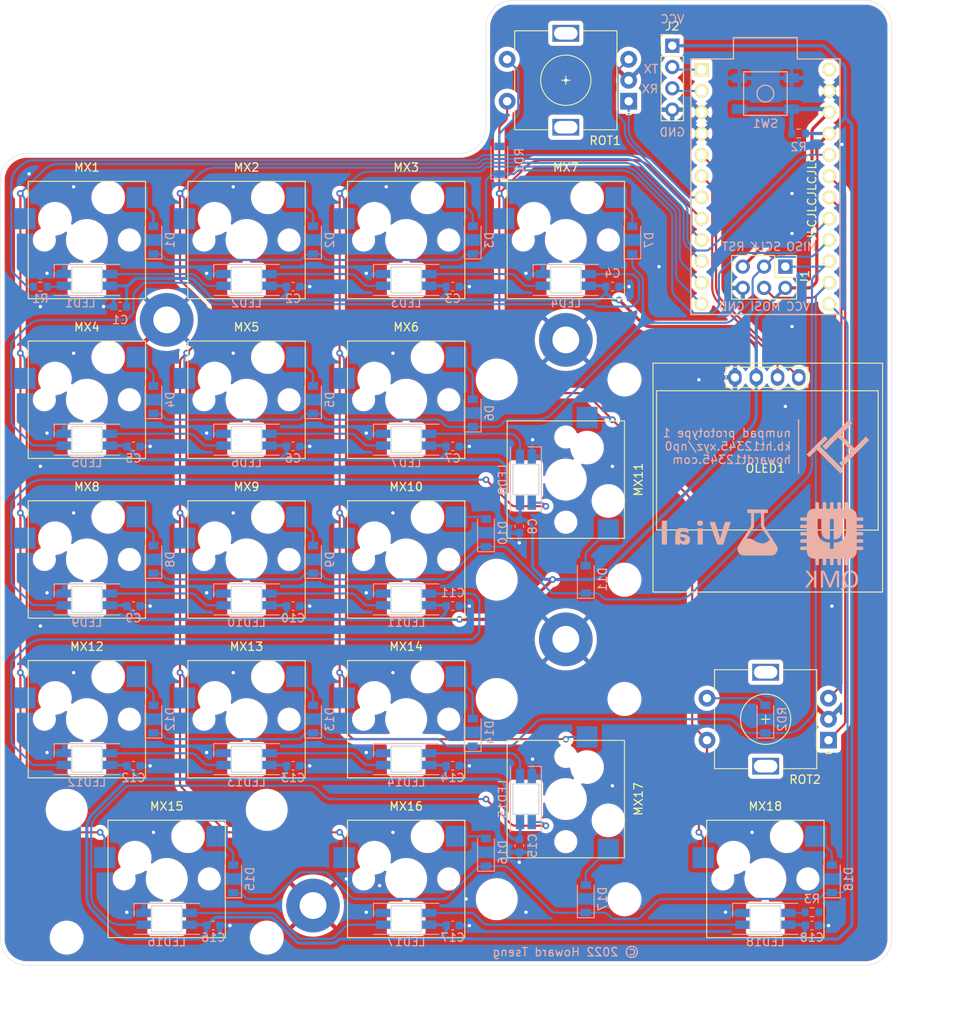
<source format=kicad_pcb>
(kicad_pcb (version 20211014) (generator pcbnew)
  (layers (0 "F.Cu" signal) (31 "B.Cu" signal) (34 "B.Paste" user) (35 "F.Paste" user) (36 "B.SilkS" user "B.Silkscreen") (37 "F.SilkS" user "F.Silkscreen") (38 "B.Mask" user) (39 "F.Mask" user) (44 "Edge.Cuts" user))
  (net 0 "")
  (net 1 "MISO")
  (net 2 "MOSI")
  (net 3 "GND")
  (net 4 "COL3")
  (net 5 "+5V")
  (net 6 "COL2")
  (net 7 "ENC_B1")
  (net 8 "COL1")
  (net 9 "ENC_B2")
  (net 10 "COL0")
  (net 11 "SCL")
  (net 12 "ROW4")
  (net 13 "SDA")
  (net 14 "ROW1")
  (net 15 "ROW0")
  (net 16 "RST")
  (net 17 "RX")
  (net 18 "TX")
  (net 19 "Net-(D1-Pad2)")
  (net 20 "Net-(D2-Pad2)")
  (net 21 "Net-(D3-Pad2)")
  (net 22 "Net-(D4-Pad2)")
  (net 23 "Net-(D5-Pad2)")
  (net 24 "Net-(D6-Pad2)")
  (net 25 "Net-(D7-Pad2)")
  (net 26 "Net-(D8-Pad2)")
  (net 27 "Net-(D9-Pad2)")
  (net 28 "Net-(D10-Pad2)")
  (net 29 "Net-(D11-Pad2)")
  (net 30 "Net-(D12-Pad2)")
  (net 31 "Net-(D13-Pad2)")
  (net 32 "Net-(D14-Pad2)")
  (net 33 "Net-(D15-Pad2)")
  (net 34 "Net-(D16-Pad2)")
  (net 35 "Net-(D17-Pad2)")
  (net 36 "Net-(D18-Pad2)")
  (net 37 "BKL_DATA_IN")
  (net 38 "Net-(RD1-Pad2)")
  (net 39 "Net-(RD2-Pad2)")
  (net 40 "ENC_A1")
  (net 41 "ENC_A2")
  (net 43 "Net-(LED1-Pad4)")
  (net 44 "Net-(LED1-Pad2)")
  (net 45 "Net-(LED2-Pad2)")
  (net 46 "Net-(LED3-Pad2)")
  (net 47 "Net-(LED4-Pad2)")
  (net 48 "Net-(LED5-Pad2)")
  (net 49 "Net-(LED6-Pad2)")
  (net 50 "Net-(LED7-Pad2)")
  (net 51 "Net-(LED8-Pad2)")
  (net 52 "Net-(LED10-Pad4)")
  (net 53 "Net-(LED10-Pad2)")
  (net 54 "Net-(LED11-Pad2)")
  (net 55 "Net-(LED12-Pad2)")
  (net 56 "Net-(LED13-Pad2)")
  (net 57 "Net-(LED14-Pad2)")
  (net 58 "Net-(LED15-Pad2)")
  (net 59 "Net-(LED16-Pad2)")
  (net 60 "Net-(LED17-Pad2)")
  (net 61 "Net-(LED18-Pad2)")
  (footprint "Connector_PinHeader_2.54mm:PinHeader_2x03_P2.54mm_Vertical" (layer "F.Cu") (at 172.24375 92.06945 -90)
    (fp_text reference "J1")
    (fp_text value "AVR-ISP-6")
  )
  (footprint "KiCad-SSD1306-128x64:128x64OLED" (layer "F.Cu") (at 169.8518 115.8802)
    (fp_text reference "OLED1")
    (fp_text value "SSD1306")
  )
  (footprint "Rotary_Encoder:RotaryEncoder_Alps_EC11E-Switch_Vertical_H20mm" (layer "F.Cu") (at 177.39195 148.54505 180)
    (fp_text reference "ROT2")
    (fp_text value "Rotary_Encoder_Switch")
  )
  (footprint "Connector_PinHeader_2.54mm:PinHeader_1x04_P2.54mm_Vertical" (layer "F.Cu") (at 158.75 65.7225)
    (fp_text reference "J2")
    (fp_text value "Conn_01x04_Female")
  )
  (footprint "promicro:ProMicro" (layer "F.Cu") (at 169.86265 82.54505 -90)
    (fp_text reference "U1" hide)
    (fp_text value "ProMicro")
  )
  (footprint "MountingHole:MountingHole_3.2mm_M3_Pad" (layer "F.Cu") (at 115.88255 168.27005)
    (fp_text reference "H1" hide)
    (fp_text value "Hole")
  )
  (footprint "MountingHole:MountingHole_3.2mm_M3_Pad" (layer "F.Cu") (at 146.04505 136.52005)
    (fp_text reference "H2" hide)
    (fp_text value "Hole")
  )
  (footprint "MountingHole:MountingHole_3.2mm_M3_Pad" (layer "F.Cu") (at 98.42005 98.42005)
    (fp_text reference "H3" hide)
    (fp_text value "Hole")
  )
  (footprint "MountingHole:MountingHole_3.2mm_M3_Pad" (layer "F.Cu") (at 146.05 100.80625)
    (fp_text reference "H4" hide)
    (fp_text value "Hole")
  )
  (footprint "custom_footprints:logo" (layer "F.Cu") (at 178.5825 110.3243)
    (fp_text reference "LOGO1" hide)
    (fp_text value "Logo_Open_Hardware_Small" hide)
  )
  (footprint "CherryMX_PCB_KailhSocket:CherryMX_1.00u_PCB_KailhSocket" (layer "F.Cu") (at 88.89505 88.89505)
    (fp_text reference "MX1")
    (fp_text value "CherryMX")
  )
  (footprint "CherryMX_PCB_KailhSocket:CherryMX_1.00u_PCB_KailhSocket" (layer "F.Cu") (at 88.89505 146.04505)
    (fp_text reference "MX12")
    (fp_text value "CherryMX")
  )
  (footprint "CherryMX_PCB_KailhSocket:CherryMX_1.00u_PCB_KailhSocket" (layer "F.Cu") (at 126.99505 165.09505)
    (fp_text reference "MX16")
    (fp_text value "CherryMX")
  )
  (footprint "CherryMX_PCB_KailhSocket:CherryMX_1.00u_PCB_KailhSocket" (layer "F.Cu") (at 146.04505 88.89505)
    (fp_text reference "MX7")
    (fp_text value "CherryMX")
  )
  (footprint "CherryMX_PCB_KailhSocket:CherryMX_1.00u_PCB_KailhSocket" (layer "F.Cu") (at 107.94505 88.89505)
    (fp_text reference "MX2")
    (fp_text value "CherryMX")
  )
  (footprint "CherryMX_PCB_KailhSocket:CherryMX_1.50u_PCB_KailhSocket" (layer "F.Cu") (at 169.85755 165.09505)
    (fp_text reference "MX18")
    (fp_text value "CherryMX")
  )
  (footprint "CherryMX_PCB_KailhSocket_StabWireTop:CherryMX_2.00u_PCB_KailhSocket_StabWireTop" (layer "F.Cu") (at 98.42005 165.09505)
    (fp_text reference "MX15")
    (fp_text value "CherryMX")
  )
  (footprint "CherryMX_PCB_KailhSocket_StabWireBottom:CherryMX_2.00u_PCB_KailhSocket_StabWireBottom" (layer "F.Cu") (at 146.04505 155.57005 -90)
    (fp_text reference "MX17")
    (fp_text value "CherryMX")
  )
  (footprint "Rotary_Encoder:RotaryEncoder_Alps_EC11E-Switch_Vertical_H20mm" (layer "F.Cu") (at 153.54505 72.34505 180)
    (fp_text reference "ROT1")
    (fp_text value "Rotary_Encoder_Switch")
  )
  (footprint "CherryMX_PCB_KailhSocket:CherryMX_1.00u_PCB_KailhSocket" (layer "F.Cu") (at 126.99505 88.89505)
    (fp_text reference "MX3")
    (fp_text value "CherryMX")
  )
  (footprint "CherryMX_PCB_KailhSocket:CherryMX_1.00u_PCB_KailhSocket" (layer "F.Cu") (at 126.99505 107.94505)
    (fp_text reference "MX6")
    (fp_text value "CherryMX")
  )
  (footprint "CherryMX_PCB_KailhSocket:CherryMX_1.00u_PCB_KailhSocket" (layer "F.Cu") (at 107.94505 146.04505)
    (fp_text reference "MX13")
    (fp_text value "CherryMX")
  )
  (footprint "CherryMX_PCB_KailhSocket_StabWireBottom:CherryMX_2.00u_PCB_KailhSocket_StabWireBottom" (layer "F.Cu") (at 146.04505 117.47005 -90)
    (fp_text reference "MX11")
    (fp_text value "CherryMX")
  )
  (footprint "CherryMX_PCB_KailhSocket:CherryMX_1.00u_PCB_KailhSocket" (layer "F.Cu") (at 107.94505 107.94505)
    (fp_text reference "MX5")
    (fp_text value "CherryMX")
  )
  (footprint "CherryMX_PCB_KailhSocket:CherryMX_1.00u_PCB_KailhSocket" (layer "F.Cu") (at 107.94505 126.99505)
    (fp_text reference "MX9")
    (fp_text value "CherryMX")
  )
  (footprint "CherryMX_PCB_KailhSocket:CherryMX_1.00u_PCB_KailhSocket" (layer "F.Cu") (at 126.99505 126.99505)
    (fp_text reference "MX10")
    (fp_text value "CherryMX")
  )
  (footprint "CherryMX_PCB_KailhSocket:CherryMX_1.00u_PCB_KailhSocket" (layer "F.Cu") (at 126.99505 146.04505)
    (fp_text reference "MX14")
    (fp_text value "CherryMX")
  )
  (footprint "CherryMX_PCB_KailhSocket:CherryMX_1.00u_PCB_KailhSocket" (layer "F.Cu") (at 88.89505 107.94505)
    (fp_text reference "MX4")
    (fp_text value "CherryMX")
  )
  (footprint "CherryMX_PCB_KailhSocket:CherryMX_1.00u_PCB_KailhSocket" (layer "F.Cu") (at 88.89505 126.99505)
    (fp_text reference "MX8")
    (fp_text value "CherryMX")
  )
  (footprint "Resistor_SMD:R_0603_1608Metric" (layer "B.Cu") (at 173.83115 76.19545 180)
    (fp_text reference "R2")
    (fp_text value "10k")
  )
  (footprint "random-keyboard-parts:SKQG-1155865" (layer "B.Cu") (at 169.86265 71.43325 180)
    (fp_text reference "SW1")
    (fp_text value "SW_Push")
  )
  (footprint "custom_footprints:qmk_logo" (layer "B.Cu") (at 177.8 125.4047 180)
    (fp_text reference "LOGO2" hide)
    (fp_text value "Logo_Open_Hardware_Small" hide)
  )
  (footprint "custom_footprints:vial_logo" (layer "B.Cu") (at 163.5022 123.8172 180)
    (fp_text reference "LOGO3" hide)
    (fp_text value "Logo_Open_Hardware_Small" hide)
  )
  (footprint "Diode_SMD:D_SOD-123" (layer "B.Cu") (at 115.88255 107.94505 90)
    (fp_text reference "D5")
    (fp_text value "D_Small")
  )
  (footprint "Diode_SMD:D_SOD-123" (layer "B.Cu") (at 134.93255 109.53255 90)
    (fp_text reference "D6")
    (fp_text value "D_Small")
  )
  (footprint "Diode_SMD:D_SOD-123" (layer "B.Cu") (at 96.83255 107.94505 90)
    (fp_text reference "D4")
    (fp_text value "D_Small")
  )
  (footprint "custom_footprints:YS-SK6812MINI-E" (layer "B.Cu") (at 141.28255 117.47005 90)
    (fp_text reference "LED8")
    (fp_text value "SK6812MINI-E")
    (fp_line (start -1.8 -1.55) (end 1.8 -1.55) (layer "Edge.Cuts") (width 0.12))
    (fp_line (start 1.8 1.55) (end -1.8 1.55) (layer "Edge.Cuts") (width 0.12))
    (fp_line (start 1.8 -1.55) (end 1.8 1.55) (layer "Edge.Cuts") (width 0.12))
    (fp_line (start -1.8 1.55) (end -1.8 -1.55) (layer "Edge.Cuts") (width 0.12))
  )
  (footprint "custom_footprints:YS-SK6812MINI-E" (layer "B.Cu") (at 169.85755 169.85755 180)
    (fp_text reference "LED18")
    (fp_text value "SK6812MINI-E")
    (fp_line (start -1.8 1.55) (end -1.8 -1.55) (layer "Edge.Cuts") (width 0.12))
    (fp_line (start 1.8 -1.55) (end 1.8 1.55) (layer "Edge.Cuts") (width 0.12))
    (fp_line (start 1.8 1.55) (end -1.8 1.55) (layer "Edge.Cuts") (width 0.12))
    (fp_line (start -1.8 -1.55) (end 1.8 -1.55) (layer "Edge.Cuts") (width 0.12))
  )
  (footprint "custom_footprints:YS-SK6812MINI-E" (layer "B.Cu") (at 88.89505 131.75755 180)
    (fp_text reference "LED9")
    (fp_text value "SK6812MINI-E")
    (fp_line (start -1.8 1.55) (end -1.8 -1.55) (layer "Edge.Cuts") (width 0.12))
    (fp_line (start -1.8 -1.55) (end 1.8 -1.55) (layer "Edge.Cuts") (width 0.12))
    (fp_line (start 1.8 1.55) (end -1.8 1.55) (layer "Edge.Cuts") (width 0.12))
    (fp_line (start 1.8 -1.55) (end 1.8 1.55) (layer "Edge.Cuts") (width 0.12))
  )
  (footprint "custom_footprints:YS-SK6812MINI-E" (layer "B.Cu") (at 107.94505 112.70755 180)
    (fp_text reference "LED6")
    (fp_text value "SK6812MINI-E")
    (fp_line (start -1.8 1.55) (end -1.8 -1.55) (layer "Edge.Cuts") (width 0.12))
    (fp_line (start 1.8 1.55) (end -1.8 1.55) (layer "Edge.Cuts") (width 0.12))
    (fp_line (start -1.8 -1.55) (end 1.8 -1.55) (layer "Edge.Cuts") (width 0.12))
    (fp_line (start 1.8 -1.55) (end 1.8 1.55) (layer "Edge.Cuts") (width 0.12))
  )
  (footprint "custom_footprints:YS-SK6812MINI-E" (layer "B.Cu") (at 88.89505 93.65755 180)
    (fp_text reference "LED1")
    (fp_text value "SK6812MINI-E")
    (fp_line (start 1.8 1.55) (end -1.8 1.55) (layer "Edge.Cuts") (width 0.12))
    (fp_line (start 1.8 -1.55) (end 1.8 1.55) (layer "Edge.Cuts") (width 0.12))
    (fp_line (start -1.8 -1.55) (end 1.8 -1.55) (layer "Edge.Cuts") (width 0.12))
    (fp_line (start -1.8 1.55) (end -1.8 -1.55) (layer "Edge.Cuts") (width 0.12))
  )
  (footprint "Capacitor_SMD:C_0603_1608Metric" (layer "B.Cu") (at 132.55625 113.50625)
    (fp_text reference "C7")
    (fp_text value "100nF")
  )
  (footprint "Resistor_SMD:R_0603_1608Metric" (layer "B.Cu") (at 175.41875 169.06875)
    (fp_text reference "R3")
    (fp_text value "470")
  )
  (footprint "Diode_SMD:D_SOD-123" (layer "B.Cu") (at 96.83255 126.99505 90)
    (fp_text reference "D8")
    (fp_text value "D_Small")
  )
  (footprint "Diode_SMD:D_SOD-123" (layer "B.Cu") (at 169.85755 146.04505 90)
    (fp_text reference "RD2")
    (fp_text value "D_Small")
  )
  (footprint "Capacitor_SMD:C_0603_1608Metric" (layer "B.Cu") (at 132.55625 132.5513)
    (fp_text reference "C11")
    (fp_text value "100nF")
  )
  (footprint "Capacitor_SMD:C_0603_1608Metric" (layer "B.Cu") (at 94.45625 132.55625)
    (fp_text reference "C9")
    (fp_text value "100nF")
  )
  (footprint "Diode_SMD:D_SOD-123" (layer "B.Cu") (at 136.52005 123.82005 90)
    (fp_text reference "D10")
    (fp_text value "D_Small")
  )
  (footprint "Diode_SMD:D_SOD-123" (layer "B.Cu") (at 96.83255 146.04505 90)
    (fp_text reference "D12")
    (fp_text value "D_Small")
  )
  (footprint "Capacitor_SMD:C_0603_1608Metric" (layer "B.Cu") (at 113.50625 132.55625)
    (fp_text reference "C10")
    (fp_text value "100nF")
  )
  (footprint "Diode_SMD:D_SOD-123" (layer "B.Cu") (at 177.79505 165.09505 90)
    (fp_text reference "D18")
    (fp_text value "D_Small")
  )
  (footprint "custom_footprints:YS-SK6812MINI-E" (layer "B.Cu") (at 141.28255 155.57005 90)
    (fp_text reference "LED15")
    (fp_text value "SK6812MINI-E")
    (fp_line (start 1.8 -1.55) (end 1.8 1.55) (layer "Edge.Cuts") (width 0.12))
    (fp_line (start 1.8 1.55) (end -1.8 1.55) (layer "Edge.Cuts") (width 0.12))
    (fp_line (start -1.8 -1.55) (end 1.8 -1.55) (layer "Edge.Cuts") (width 0.12))
    (fp_line (start -1.8 1.55) (end -1.8 -1.55) (layer "Edge.Cuts") (width 0.12))
  )
  (footprint "Capacitor_SMD:C_0603_1608Metric" (layer "B.Cu") (at 175.41875 170.6513)
    (fp_text reference "C18")
    (fp_text value "100nF")
  )
  (footprint "Capacitor_SMD:C_0603_1608Metric" (layer "B.Cu") (at 113.50625 113.5013)
    (fp_text reference "C6")
    (fp_text value "100nF")
  )
  (footprint "Diode_SMD:D_SOD-123" (layer "B.Cu") (at 134.93255 88.89505 90)
    (fp_text reference "D3")
    (fp_text value "D_Small")
  )
  (footprint "Diode_SMD:D_SOD-123" (layer "B.Cu") (at 115.88255 88.89505 90)
    (fp_text reference "D2")
    (fp_text value "D_Small")
  )
  (footprint "Diode_SMD:D_SOD-123" (layer "B.Cu") (at 106.35755 165.09505 90)
    (fp_text reference "D15")
    (fp_text value "D_Small")
  )
  (footprint "Capacitor_SMD:C_0603_1608Metric" (layer "B.Cu") (at 140.49375 123.03125 -90)
    (fp_text reference "C8")
    (fp_text value "100nF")
  )
  (footprint "Capacitor_SMD:C_0603_1608Metric" (layer "B.Cu") (at 103.98125 170.65625)
    (fp_text reference "C16")
    (fp_text value "100nF")
  )
  (footprint "Diode_SMD:D_SOD-123" (layer "B.Cu") (at 115.88255 126.99505 90)
    (fp_text reference "D9")
    (fp_text value "D_Small")
  )
  (footprint "custom_footprints:YS-SK6812MINI-E" (layer "B.Cu") (at 107.94505 93.65755 180)
    (fp_text reference "LED2")
    (fp_text value "SK6812MINI-E")
    (fp_line (start 1.8 -1.55) (end 1.8 1.55) (layer "Edge.Cuts") (width 0.12))
    (fp_line (start 1.8 1.55) (end -1.8 1.55) (layer "Edge.Cuts") (width 0.12))
    (fp_line (start -1.8 1.55) (end -1.8 -1.55) (layer "Edge.Cuts") (width 0.12))
    (fp_line (start -1.8 -1.55) (end 1.8 -1.55) (layer "Edge.Cuts") (width 0.12))
  )
  (footprint "custom_footprints:YS-SK6812MINI-E" (layer "B.Cu") (at 146.04505 93.65755 180)
    (fp_text reference "LED4")
    (fp_text value "SK6812MINI-E")
    (fp_line (start -1.8 1.55) (end -1.8 -1.55) (layer "Edge.Cuts") (width 0.12))
    (fp_line (start 1.8 -1.55) (end 1.8 1.55) (layer "Edge.Cuts") (width 0.12))
    (fp_line (start 1.8 1.55) (end -1.8 1.55) (layer "Edge.Cuts") (width 0.12))
    (fp_line (start -1.8 -1.55) (end 1.8 -1.55) (layer "Edge.Cuts") (width 0.12))
  )
  (footprint "Capacitor_SMD:C_0603_1608Metric" (layer "B.Cu") (at 113.50625 94.45625)
    (fp_text reference "C2")
    (fp_text value "100nF")
  )
  (footprint "Capacitor_SMD:C_0603_1608Metric" (layer "B.Cu") (at 132.55625 94.45625)
    (fp_text reference "C3")
    (fp_text value "100nF")
  )
  (footprint "Diode_SMD:D_SOD-123" (layer "B.Cu") (at 96.83255 88.89505 90)
    (fp_text reference "D1")
    (fp_text value "D_Small")
  )
  (footprint "Diode_SMD:D_SOD-123" (layer "B.Cu") (at 115.88255 146.04505 90)
    (fp_text reference "D13")
    (fp_text value "D_Small")
  )
  (footprint "custom_footprints:YS-SK6812MINI-E" (layer "B.Cu") (at 126.99505 131.75755 180)
    (fp_text reference "LED11")
    (fp_text value "SK6812MINI-E")
    (fp_line (start -1.8 1.55) (end -1.8 -1.55) (layer "Edge.Cuts") (width 0.12))
    (fp_line (start 1.8 1.55) (end -1.8 1.55) (layer "Edge.Cuts") (width 0.12))
    (fp_line (start -1.8 -1.55) (end 1.8 -1.55) (layer "Edge.Cuts") (width 0.12))
    (fp_line (start 1.8 -1.55) (end 1.8 1.55) (layer "Edge.Cuts") (width 0.12))
  )
  (footprint "custom_footprints:YS-SK6812MINI-E" (layer "B.Cu") (at 107.94505 131.75755 180)
    (fp_text reference "LED10")
    (fp_text value "SK6812MINI-E")
    (fp_line (start -1.8 1.55) (end -1.8 -1.55) (layer "Edge.Cuts") (width 0.12))
    (fp_line (start 1.8 -1.55) (end 1.8 1.55) (layer "Edge.Cuts") (width 0.12))
    (fp_line (start 1.8 1.55) (end -1.8 1.55) (layer "Edge.Cuts") (width 0.12))
    (fp_line (start -1.8 -1.55) (end 1.8 -1.55) (layer "Edge.Cuts") (width 0.12))
  )
  (footprint "custom_footprints:YS-SK6812MINI-E" (layer "B.Cu") (at 126.99505 150.80755 180)
    (fp_text reference "LED14")
    (fp_text value "SK6812MINI-E")
    (fp_line (start 1.8 1.55) (end -1.8 1.55) (layer "Edge.Cuts") (width 0.12))
    (fp_line (start -1.8 -1.55) (end 1.8 -1.55) (layer "Edge.Cuts") (width 0.12))
    (fp_line (start 1.8 -1.55) (end 1.8 1.55) (layer "Edge.Cuts") (width 0.12))
    (fp_line (start -1.8 1.55) (end -1.8 -1.55) (layer "Edge.Cuts") (width 0.12))
  )
  (footprint "custom_footprints:YS-SK6812MINI-E" (layer "B.Cu") (at 126.99505 112.70755 180)
    (fp_text reference "LED7")
    (fp_text value "SK6812MINI-E")
    (fp_line (start -1.8 1.55) (end -1.8 -1.55) (layer "Edge.Cuts") (width 0.12))
    (fp_line (start -1.8 -1.55) (end 1.8 -1.55) (layer "Edge.Cuts") (width 0.12))
    (fp_line (start 1.8 -1.55) (end 1.8 1.55) (layer "Edge.Cuts") (width 0.12))
    (fp_line (start 1.8 1.55) (end -1.8 1.55) (layer "Edge.Cuts") (width 0.12))
  )
  (footprint "Capacitor_SMD:C_0603_1608Metric" (layer "B.Cu") (at 94.45625 151.6013)
    (fp_text reference "C12")
    (fp_text value "100nF")
  )
  (footprint "custom_footprints:YS-SK6812MINI-E" (layer "B.Cu") (at 126.99505 169.85755 180)
    (fp_text reference "LED17")
    (fp_text value "SK6812MINI-E")
    (fp_line (start 1.8 1.55) (end -1.8 1.55) (layer "Edge.Cuts") (width 0.12))
    (fp_line (start -1.8 -1.55) (end 1.8 -1.55) (layer "Edge.Cuts") (width 0.12))
    (fp_line (start -1.8 1.55) (end -1.8 -1.55) (layer "Edge.Cuts") (width 0.12))
    (fp_line (start 1.8 -1.55) (end 1.8 1.55) (layer "Edge.Cuts") (width 0.12))
  )
  (footprint "custom_footprints:YS-SK6812MINI-E" (layer "B.Cu") (at 88.89505 112.70755 180)
    (fp_text reference "LED5")
    (fp_text value "SK6812MINI-E")
    (fp_line (start 1.8 -1.55) (end 1.8 1.55) (layer "Edge.Cuts") (width 0.12))
    (fp_line (start 1.8 1.55) (end -1.8 1.55) (layer "Edge.Cuts") (width 0.12))
    (fp_line (start -1.8 1.55) (end -1.8 -1.55) (layer "Edge.Cuts") (width 0.12))
    (fp_line (start -1.8 -1.55) (end 1.8 -1.55) (layer "Edge.Cuts") (width 0.12))
  )
  (footprint "Diode_SMD:D_SOD-123" (layer "B.Cu") (at 134.93255 147.63255 90)
    (fp_text reference "D14")
    (fp_text value "D_Small")
  )
  (footprint "Diode_SMD:D_SOD-123" (layer "B.Cu") (at 138.1125 79.375 90)
    (fp_text reference "RD1")
    (fp_text value "D_Small")
  )
  (footprint "Capacitor_SMD:C_0603_1608Metric" (layer "B.Cu") (at 132.55625 151.6013)
    (fp_text reference "C14")
    (fp_text value "100nF")
  )
  (footprint "Capacitor_SMD:C_0603_1608Metric" (layer "B.Cu") (at 132.55625 170.6513)
    (fp_text reference "C17")
    (fp_text value "100nF")
  )
  (footprint "Capacitor_SMD:C_0603_1608Metric" (layer "B.Cu") (at 113.50625 151.60625)
    (fp_text reference "C13")
    (fp_text value "100nF")
  )
  (footprint "Capacitor_SMD:C_0603_1608Metric" (layer "B.Cu") (at 140.49375 161.13125 -90)
    (fp_text reference "C15")
    (fp_text value "100nF")
  )
  (footprint "custom_footprints:YS-SK6812MINI-E" (layer "B.Cu") (at 88.89505 150.80755 180)
    (fp_text reference "LED12")
    (fp_text value "SK6812MINI-E")
    (fp_line (start -1.8 -1.55) (end 1.8 -1.55) (layer "Edge.Cuts") (width 0.12))
    (fp_line (start 1.8 1.55) (end -1.8 1.55) (layer "Edge.Cuts") (width 0.12))
    (fp_line (start -1.8 1.55) (end -1.8 -1.55) (layer "Edge.Cuts") (width 0.12))
    (fp_line (start 1.8 -1.55) (end 1.8 1.55) (layer "Edge.Cuts") (width 0.12))
  )
  (footprint "Diode_SMD:D_SOD-123" (layer "B.Cu") (at 136.52005 161.92005 90)
    (fp_text reference "D16")
    (fp_text value "D_Small")
  )
  (footprint "Capacitor_SMD:C_0603_1608Metric" (layer "B.Cu") (at 92.86875 96.8375 180)
    (fp_text reference "C1")
    (fp_text value "100nF")
  )
  (footprint "custom_footprints:YS-SK6812MINI-E" (layer "B.Cu") (at 98.42005 169.85755 180)
    (fp_text reference "LED16")
    (fp_text value "SK6812MINI-E")
    (fp_line (start -1.8 -1.55) (end 1.8 -1.55) (layer "Edge.Cuts") (width 0.12))
    (fp_line (start 1.8 1.55) (end -1.8 1.55) (layer "Edge.Cuts") (width 0.12))
    (fp_line (start 1.8 -1.55) (end 1.8 1.55) (layer "Edge.Cuts") (width 0.12))
    (fp_line (start -1.8 1.55) (end -1.8 -1.55) (layer "Edge.Cuts") (width 0.12))
  )
  (footprint "Resistor_SMD:R_0603_1608Metric" (layer "B.Cu") (at 83.34375 94.45625)
    (fp_text reference "R1")
    (fp_text value "470")
  )
  (footprint "custom_footprints:YS-SK6812MINI-E" (layer "B.Cu") (at 126.99505 93.65755 180)
    (fp_text reference "LED3")
    (fp_text value "SK6812MINI-E")
    (fp_line (start -1.8 1.55) (end -1.8 -1.55) (layer "Edge.Cuts") (width 0.12))
    (fp_line (start 1.8 -1.55) (end 1.8 1.55) (layer "Edge.Cuts") (width 0.12))
    (fp_line (start -1.8 -1.55) (end 1.8 -1.55) (layer "Edge.Cuts") (width 0.12))
    (fp_line (start 1.8 1.55) (end -1.8 1.55) (layer "Edge.Cuts") (width 0.12))
  )
  (footprint "Diode_SMD:D_SOD-123" (layer "B.Cu") (at 153.98255 88.89505 90)
    (fp_text reference "D7")
    (fp_text value "D_Small")
  )
  (footprint "custom_footprints:YS-SK6812MINI-E" (layer "B.Cu") (at 107.94505 150.80755 180)
    (fp_text reference "LED13")
    (fp_text value "SK6812MINI-E")
    (fp_line (start 1.8 -1.55) (end 1.8 1.55) (layer "Edge.Cuts") (width 0.12))
    (fp_line (start -1.8 1.55) (end -1.8 -1.55) (layer "Edge.Cuts") (width 0.12))
    (fp_line (start -1.8 -1.55) (end 1.8 -1.55) (layer "Edge.Cuts") (width 0.12))
    (fp_line (start 1.8 1.55) (end -1.8 1.55) (layer "Edge.Cuts") (width 0.12))
  )
  (footprint "Capacitor_SMD:C_0603_1608Metric" (layer "B.Cu") (at 94.45625 113.5013)
    (fp_text reference "C5")
    (fp_text value "100nF")
  )
  (footprint "Diode_SMD:D_SOD-123" (layer "B.Cu") (at 148.4263 129.3763 90)
    (fp_text reference "D11")
    (fp_text value "D_Small")
  )
  (footprint "Diode_SMD:D_SOD-123" (layer "B.Cu") (at 148.4263 167.4763 90)
    (fp_text reference "D17")
    (fp_text value "D_Small")
  )
  (footprint "Capacitor_SMD:C_0603_1608Metric" (layer "B.Cu") (at 151.60625 94.4513)
    (fp_text reference "C4")
    (fp_text value "100nF")
  )
  (gr_line (start 173.8203 110.3243) (end 173.8203 116.6739) (layer "B.SilkS") (width 0.15))
  (gr_line (start 136.5164 63.496) (end 136.5164 75.4015) (layer "Edge.Cuts") (width 0.05))
  (gr_line (start 133.3416 78.5763) (end 81.7511 78.5763) (layer "Edge.Cuts") (width 0.05))
  (gr_line (start 78.5763 81.7511) (end 78.5763 172.2329) (layer "Edge.Cuts") (width 0.05))
  (gr_line (start 184.9321 172.2329) (end 184.9321 63.496) (layer "Edge.Cuts") (width 0.05))
  (gr_line (start 81.7511 175.4077) (end 181.7573 175.4077) (layer "Edge.Cuts") (width 0.05))
  (gr_line (start 181.7573 60.3212) (end 139.6912 60.3212) (layer "Edge.Cuts") (width 0.05))
  (gr_arc (start 181.7573 60.3212) (mid 184.002223 61.251077) (end 184.9321 63.496) (layer "Edge.Cuts") (width 0.05))
  (gr_arc (start 136.5164 75.4015) (mid 135.586523 77.646423) (end 133.3416 78.5763) (layer "Edge.Cuts") (width 0.05))
  (gr_arc (start 78.5763 81.7511) (mid 79.506177 79.506177) (end 81.7511 78.5763) (layer "Edge.Cuts") (width 0.05))
  (gr_arc (start 184.9321 172.2329) (mid 184.002223 174.477823) (end 181.7573 175.4077) (layer "Edge.Cuts") (width 0.05))
  (gr_arc (start 81.7511 175.4077) (mid 79.506177 174.477823) (end 78.5763 172.2329) (layer "Edge.Cuts") (width 0.05))
  (gr_arc (start 136.5164 63.496) (mid 137.446277 61.251077) (end 139.6912 60.3212) (layer "Edge.Cuts") (width 0.05))
  (gr_text "RX" (at 157.1626 70.88155) (layer "B.SilkS") (effects (font (size 1 1)) (justify left mirror)))
  (gr_text "GND" (at 158.7501 76.0462) (layer "B.SilkS") (effects (font (size 1 1)) (justify mirror)))
  (gr_text "VCC" (at 158.75505 62.55245) (layer "B.SilkS") (effects (font (size 1 1)) (justify mirror)))
  (gr_text "GND" (at 167.48155 96.83165) (layer "B.SilkS") (effects (font (size 1 1)) (justify left mirror)))
  (gr_text "MOSI" (at 169.86265 96.83165) (layer "B.SilkS") (effects (font (size 1 1)) (justify mirror)))
  (gr_text "VCC" (at 172.24375 96.83165) (layer "B.SilkS") (effects (font (size 1 1)) (justify right mirror)))
  (gr_text "MISO" (at 172.24375 89.68835) (layer "B.SilkS") (effects (font (size 1 1)) (justify right mirror)))
  (gr_text "SCLK" (at 169.86265 89.68835) (layer "B.SilkS") (effects (font (size 1 1)) (justify mirror)))
  (gr_text "RST" (at 167.48155 89.68835) (layer "B.SilkS") (effects (font (size 1 1)) (justify left mirror)))
  (gr_text "kb.ht12345.xyz/np0" (at 173.026603 113.499113) (layer "B.SilkS") (effects (font (size 1 1)) (justify left mirror)))
  (gr_text "numpad prototype 1" (at 173.0266 111.9117) (layer "B.SilkS") (effects (font (size 1 1)) (justify left mirror)))
  (gr_text "howardt12345.com" (at 173.0266 115.0865) (layer "B.SilkS") (effects (font (size 1 1)) (justify left mirror)))
  (gr_text "© 2022 Howard Tseng" (at 146.0408 173.8203) (layer "B.SilkS") (effects (font (size 1 1)) (justify mirror)))
  (gr_text "TX" (at 157.1626 68.50045) (layer "B.SilkS") (effects (font (size 1 1)) (justify left mirror)))
  (gr_text "JLCJLCJLCJLC" (at 175.41855 78.57655 90) (layer "F.SilkS") (effects (font (size 1 1)) (justify right)))
  (segment (start 177.48265 91.43505) (end 175.641935 93.275765) (width 0.254) (layer "B.Cu") (net 1))
  (segment (start 116.961985 128.868235) (end 117.246866 129.153116) (width 0.254) (layer "B.Cu") (net 1))
  (segment (start 149.645569 131.0263) (end 148.4263 131.0263) (width 0.254) (layer "B.Cu") (net 1))
  (segment (start 175.41875 93.814581) (end 175.41875 115.629148) (width 0.254) (layer "B.Cu") (net 1))
  (segment (start 174.674801 117.425199) (end 161.081449 131.018551) (width 0.254) (layer "B.Cu") (net 1))
  (segment (start 131.980735 129.153115) (end 135.440616 125.693234) (width 0.254) (layer "B.Cu") (net 1))
  (segment (start 135.979431 125.47005) (end 136.52005 125.47005) (width 0.254) (layer "B.Cu") (net 1))
  (segment (start 144.720581 131.0263) (end 148.4263 131.0263) (width 0.254) (layer "B.Cu") (net 1))
  (segment (start 136.52005 125.47005) (end 138.533069 125.47005) (width 0.254) (layer "B.Cu") (net 1))
  (segment (start 115.88255 128.64505) (end 116.423169 128.64505) (width 0.254) (layer "B.Cu") (net 1))
  (segment (start 144.181765 130.803115) (end 139.071884 125.693234) (width 0.254) (layer "B.Cu") (net 1))
  (segment (start 97.911985 128.868235) (end 98.196866 129.153116) (width 0.254) (layer "B.Cu") (net 1))
  (segment (start 96.83255 128.64505) (end 97.373169 128.64505) (width 0.254) (layer "B.Cu") (net 1))
  (segment (start 114.518235 129.153115) (end 114.803116 128.868234) (width 0.254) (layer "B.Cu") (net 1))
  (segment (start 117.785681 129.3763) (end 131.441919 129.3763) (width 0.254) (layer "B.Cu") (net 1))
  (segment (start 98.735681 129.3763) (end 113.979419 129.3763) (width 0.254) (layer "B.Cu") (net 1))
  (segment (start 150.474216 131.539316) (end 150.184385 131.249485) (width 0.254) (layer "B.Cu") (net 1))
  (segment (start 159.285398 131.7625) (end 151.013031 131.7625) (width 0.254) (layer "B.Cu") (net 1))
  (segment (start 115.341931 128.64505) (end 115.88255 128.64505) (width 0.254) (layer "B.Cu") (net 1))
  (segment (start 172.24375 92.06945) (end 176.84825 92.06945) (width 0.254) (layer "B.Cu") (net 1))
  (arc (start 174.674801 117.425199) (mid 175.225404 116.601164) (end 175.41875 115.629148) (width 0.254) (layer "B.Cu") (net 1))
  (arc (start 175.641935 93.275765) (mid 175.476754 93.522976) (end 175.41875 93.814581) (width 0.254) (layer "B.Cu") (net 1))
  (arc (start 161.081449 131.018551) (mid 160.257414 131.569154) (end 159.285398 131.7625) (width 0.254) (layer "B.Cu") (net 1))
  (arc (start 114.518235 129.153115) (mid 114.271024 129.318296) (end 113.979419 129.3763) (width 0.254) (layer "B.Cu") (net 1))
  (arc (start 114.803116 128.868234) (mid 115.050326 128.703053) (end 115.341931 128.64505) (width 0.254) (layer "B.Cu") (net 1))
  (arc (start 151.013031 131.7625) (mid 150.721427 131.704496) (end 150.474216 131.539316) (width 0.254) (layer "B.Cu") (net 1))
  (arc (start 98.196866 129.153116) (mid 98.444076 129.318297) (end 98.735681 129.3763) (width 0.254) (layer "B.Cu") (net 1))
  (arc (start 97.373169 128.64505) (mid 97.664774 128.703054) (end 97.911985 128.868235) (width 0.254) (layer "B.Cu") (net 1))
  (arc (start 144.181765 130.803115) (mid 144.428976 130.968296) (end 144.720581 131.0263) (width 0.254) (layer "B.Cu") (net 1))
  (arc (start 135.440616 125.693234) (mid 135.687826 125.528053) (end 135.979431 125.47005) (width 0.254) (layer "B.Cu") (net 1))
  (arc (start 116.423169 128.64505) (mid 116.714774 128.703054) (end 116.961985 128.868235) (width 0.254) (layer "B.Cu") (net 1))
  (arc (start 117.246866 129.153116) (mid 117.494076 129.318297) (end 117.785681 129.3763) (width 0.254) (layer "B.Cu") (net 1))
  (arc (start 139.071884 125.693234) (mid 138.824674 125.528053) (end 138.533069 125.47005) (width 0.254) (layer "B.Cu") (net 1))
  (arc (start 150.184385 131.249485) (mid 149.937174 131.084304) (end 149.645569 131.0263) (width 0.254) (layer "B.Cu") (net 1))
  (arc (start 131.980735 129.153115) (mid 131.733524 129.318296) (end 131.441919 129.3763) (width 0.254) (layer "B.Cu") (net 1))
  (segment (start 171.195892 95.785961) (end 175.356108 95.785961) (width 0.254) (layer "F.Cu") (net 2))
  (segment (start 169.70375 94.60945) (end 170.657077 95.562777) (width 0.254) (layer "F.Cu") (net 2))
  (segment (start 175.894924 95.562776) (end 177.48265 93.97505) (width 0.254) (layer "F.Cu") (net 2))
  (arc (start 175.894924 95.562776) (mid 175.647713 95.727957) (end 175.356108 95.785961) (width 0.254) (layer "F.Cu") (net 2))
  (arc (start 171.195892 95.785961) (mid 170.904288 95.727957) (end 170.657077 95.562777) (width 0.254) (layer "F.Cu") (net 2))
  (segment (start 132.135681 149.28255) (end 134.93255 149.28255) (width 0.254) (layer "B.Cu") (net 2))
  (segment (start 98.735681 148.4263) (end 113.979419 148.4263) (width 0.254) (layer "B.Cu") (net 2))
  (segment (start 169.85755 147.69505) (end 172.405967 147.69505) (width 0.254) (layer "B.Cu") (net 2))
  (segment (start 131.186985 148.649485) (end 131.596866 149.059366) (width 0.254) (layer "B.Cu") (net 2))
  (segment (start 116.961985 147.918235) (end 117.246866 148.203116) (width 0.254) (layer "B.Cu") (net 2))
  (segment (start 165.362749 146.04505) (end 143.396101 146.04505) (width 0.254) (layer "B.Cu") (net 2))
  (segment (start 142.498075 146.417025) (end 140.004524 148.910576) (width 0.254) (layer "B.Cu") (net 2))
  (segment (start 114.518235 148.203115) (end 114.803116 147.918234) (width 0.254) (layer "B.Cu") (net 2))
  (segment (start 115.341931 147.69505) (end 115.88255 147.69505) (width 0.254) (layer "B.Cu") (net 2))
  (segment (start 117.785681 148.4263) (end 130.648169 148.4263) (width 0.254) (layer "B.Cu") (net 2))
  (segment (start 167.166825 147.323075) (end 166.260774 146.417024) (width 0.254) (layer "B.Cu") (net 2))
  (segment (start 115.88255 147.69505) (end 116.423169 147.69505) (width 0.254) (layer "B.Cu") (net 2))
  (segment (start 176.095455 95.362245) (end 177.48265 93.97505) (width 0.254) (layer "B.Cu") (net 2))
  (segment (start 97.911985 147.918235) (end 98.196866 148.203116) (width 0.254) (layer "B.Cu") (net 2))
  (segment (start 174.202018 146.951101) (end 175.128321 146.024798) (width 0.254) (layer "B.Cu") (net 2))
  (segment (start 169.85755 147.69505) (end 168.064851 147.69505) (width 0.254) (layer "B.Cu") (net 2))
  (segment (start 96.83255 147.69505) (end 97.373169 147.69505) (width 0.254) (layer "B.Cu") (net 2))
  (segment (start 175.87227 144.228747) (end 175.87227 95.901061) (width 0.254) (layer "B.Cu") (net 2))
  (segment (start 139.106499 149.28255) (end 134.93255 149.28255) (width 0.254) (layer "B.Cu") (net 2))
  (arc (start 175.87227 144.228747) (mid 175.678924 145.200763) (end 175.128321 146.024798) (width 0.254) (layer "B.Cu") (net 2))
  (arc (start 175.87227 95.901061) (mid 175.930274 95.609456) (end 176.095455 95.362245) (width 0.254) (layer "B.Cu") (net 2))
  (arc (start 166.260774 146.417024) (mid 165.848757 146.141723) (end 165.362749 146.04505) (width 0.254) (layer "B.Cu") (net 2))
  (arc (start 172.405967 147.69505) (mid 173.377983 147.501704) (end 174.202018 146.951101) (width 0.254) (layer "B.Cu") (net 2))
  (arc (start 114.803116 147.918234) (mid 115.050326 147.753053) (end 115.341931 147.69505) (width 0.254) (layer "B.Cu") (net 2))
  (arc (start 131.596866 149.059366) (mid 131.844076 149.224547) (end 132.135681 149.28255) (width 0.254) (layer "B.Cu") (net 2))
  (arc (start 139.106499 149.28255) (mid 139.592507 149.185877) (end 140.004524 148.910576) (width 0.254) (layer "B.Cu") (net 2))
  (arc (start 114.518235 148.203115) (mid 114.271024 148.368296) (end 113.979419 148.4263) (width 0.254) (layer "B.Cu") (net 2))
  (arc (start 143.396101 146.04505) (mid 142.910093 146.141723) (end 142.498075 146.417025) (width 0.254) (layer "B.Cu") (net 2))
  (arc (start 98.735681 148.4263) (mid 98.444077 148.368296) (end 98.196866 148.203116) (width 0.254) (layer "B.Cu") (net 2))
  (arc (start 116.423169 147.69505) (mid 116.714774 147.753054) (end 116.961985 147.918235) (width 0.254) (layer "B.Cu") (net 2))
  (arc (start 131.186985 148.649485) (mid 130.939774 148.484304) (end 130.648169 148.4263) (width 0.254) (layer "B.Cu") (net 2))
  (arc (start 168.064851 147.69505) (mid 167.578843 147.598377) (end 167.166825 147.323075) (width 0.254) (layer "B.Cu") (net 2))
  (arc (start 97.373169 147.69505) (mid 97.664774 147.753054) (end 97.911985 147.918235) (width 0.254) (layer "B.Cu") (net 2))
  (arc (start 117.246866 148.203116) (mid 117.494077 148.368296) (end 117.785681 148.4263) (width 0.254) (layer "B.Cu") (net 2))
  (via (at 115.490625 94.45625) (size 0.8) (drill 0.4) (layers "F.Cu" "B.Cu") (net 3))
  (via (at 103.1875 111.91875) (size 0.8) (drill 0.4) (layers "F.Cu" "B.Cu") (net 3))
  (via (at 125.4125 102.39375) (size 0.8) (drill 0.4) (layers "F.Cu" "B.Cu") (net 3))
  (via (at 87.3125 140.49375) (size 0.8) (drill 0.4) (layers "F.Cu" "B.Cu") (net 3))
  (via (at 119.85625 165.1) (size 0.8) (drill 0.4) (layers "F.Cu" "B.Cu") (net 3))
  (via (at 177.8 132.55625) (size 0.8) (drill 0.4) (layers "F.Cu" "B.Cu") (net 3))
  (via (at 87.3125 102.39375) (size 0.8) (drill 0.4) (layers "F.Cu" "B.Cu") (net 3))
  (via (at 173.0375 99.21875) (size 0.8) (drill 0.4) (layers "F.Cu" "B.Cu") (net 3))
  (via (at 141.2875 169.06875) (size 0.8) (drill 0.4) (layers "F.Cu" "B.Cu") (net 3))
  (via (at 103.1875 92.86875) (size 0.8) (drill 0.4) (layers "F.Cu" "B.Cu") (net 3))
  (via (at 106.3625 140.49375) (size 0.8) (drill 0.4) (layers "F.Cu" "B.Cu") (net 3))
  (via (at 140.49375 125.015625) (size 0.8) (drill 0.4) (layers "F.Cu" "B.Cu") (net 3))
  (via (at 115.490625 132.55625) (size 0.8) (drill 0.4) (layers "F.Cu" "B.Cu") (net 3))
  (via (at 134.540625 94.45625) (size 0.8) (drill 0.4) (layers "F.Cu" "B.Cu") (net 3))
  (via (at 123.825 165.89375) (size 0.8) (drill 0.4) (layers "F.Cu" "B.Cu") (net 3))
  (via (at 122.2375 169.06875) (size 0.8) (drill 0.4) (layers "F.Cu" "B.Cu") (net 3))
  (via (at 153.590625 94.45625) (size 0.8) (drill 0.4) (layers "F.Cu" "B.Cu") (net 3))
  (via (at 106.3625 82.55) (size 0.8) (drill 0.4) (layers "F.Cu" "B.Cu") (net 3))
  (via (at 173.0375 83.34375) (size 0.8) (drill 0.4) (layers "F.Cu" "B.Cu") (net 3))
  (via (at 84.1375 92.86875) (size 0.8) (drill 0.4) (layers "F.Cu" "B.Cu") (net 3))
  (via (at 96.440625 132.55625) (size 0.8) (drill 0.4) (layers "F.Cu" "B.Cu") (net 3))
  (via (at 173.0375 88.10625) (size 0.8) (drill 0.4) (layers "F.Cu" "B.Cu") (net 3))
  (via (at 115.490625 113.50625) (size 0.8) (drill 0.4) (layers "F.Cu" "B.Cu") (net 3))
  (via (at 134.540625 151.60625) (size 0.8) (drill 0.4) (layers "F.Cu" "B.Cu") (net 3))
  (via (at 172.24375 108.74375) (size 0.8) (drill 0.4) (layers "F.Cu" "B.Cu") (net 3))
  (via (at 96.440625 151.60625) (size 0.8) (drill 0.4) (layers "F.Cu" "B.Cu") (net 3))
  (via (at 93.6625 169.06875) (size 0.8) (drill 0.4) (layers "F.Cu" "B.Cu") (net 3))
  (via (at 157.1625 92.075) (size 0.8) (drill 0.4) (layers "F.Cu" "B.Cu") (net 3))
  (via (at 125.4125 121.44375) (size 0.8) (drill 0.4) (layers "F.Cu" "B.Cu") (net 3))
  (via (at 179 77.5) (size 0.8) (drill 0.4) (layers "F.Cu" "B.Cu") (net 3))
  (via (at 134.14375 167.48125) (size 0.8) (drill 0.4) (layers "F.Cu" "B.Cu") (net 3))
  (via (at 134.540625 132.55625) (size 0.8) (drill 0.4) (layers "F.Cu" "B.Cu") (net 3))
  (via (at 122.2375 92.86875) (size 0.8) (drill 0.4) (layers "F.Cu" "B.Cu") (net 3))
  (via (at 122.2375 130.96875) (size 0.8) (drill 0.4) (layers "F.Cu" "B.Cu") (net 3))
  (via (at 82 81) (size 0.8) (drill 0.4) (layers "F.Cu" "B.Cu") (net 3))
  (via (at 103.1875 130.96875) (size 0.8) (drill 0.4) (layers "F.Cu" "B.Cu") (net 3))
  (via (at 83.34375 96.8375) (size 0.8) (drill 0.4) (layers "F.Cu" "B.Cu") (net 3))
  (via (at 124.61875 82.55) (size 0.8) (drill 0.4) (layers "F.Cu" "B.Cu") (net 3))
  (via (at 168.275 159.54375) (size 0.8) (drill 0.4) (layers "F.Cu" "B.Cu") (net 3))
  (via (at 106.3625 102.39375) (size 0.8) (drill 0.4) (layers "F.Cu" "B.Cu") (net 3))
  (via (at 140.49375 163.115625) (size 0.8) (drill 0.4) (layers "F.Cu" "B.Cu") (net 3))
  (via (at 141.2875 92.86875) (size 0.8) (drill 0.4) (layers "F.Cu" "B.Cu") (net 3))
  (via (at 87.3125 82.55) (size 0.8) (drill 0.4) (layers "F.Cu" "B.Cu") (net 3))
  (via (at 122.2375 111.91875) (size 0.8) (drill 0.4) (layers "F.Cu" "B.Cu") (net 3))
  (via (at 125.4125 159.54375) (size 0.8) (drill 0.4) (layers "F.Cu" "B.Cu") (net 3))
  (via (at 84.1375 150.01875) (size 0.8) (drill 0.4) (layers "F.Cu" "B.Cu") (net 3))
  (via (at 87.3125 121.44375) (size 0.8) (drill 0.4) (layers "F.Cu" "B.Cu") (net 3))
  (via (at 83.34375 134.9375) (size 0.8) (drill 0.4) (layers "F.Cu" "B.Cu") (net 3))
  (via (at 151.60625 115.8875) (size 0.8) (drill 0.4) (layers "F.Cu" "B.Cu") (net 3))
  (via (at 165.1 169.06875) (size 0.8) (drill 0.4) (layers "F.Cu" "B.Cu") (net 3))
  (via (at 115.490625 151.60625) (size 0.8) (drill 0.4) (layers "F.Cu" "B.Cu") (net 3))
  (via (at 142.08125 112.7125) (size 0.8) (drill 0.4) (layers "F.Cu" "B.Cu") (net 3))
  (via (at 134.540625 113.50625) (size 0.8) (drill 0.4) (layers "F.Cu" "B.Cu") (net 3))
  (via (at 151.60625 153.9875) (size 0.8) (drill 0.4) (layers "F.Cu" "B.Cu") (net 3))
  (via (at 103.1875 150.01875) (size 0.8) (drill 0.4) (layers "F.Cu" "B.Cu") (net 3))
  (via (at 125.4125 140.49375) (size 0.8) (drill 0.4) (layers "F.Cu" "B.Cu") (net 3))
  (via (at 84.1375 111.91875) (size 0.8) (drill 0.4) (layers "F.Cu" "B.Cu") (net 3))
  (via (at 83.34375 115.8875) (size 0.8) (drill 0.4) (layers "F.Cu" "B.Cu") (net 3))
  (via (at 122.2375 150.01875) (size 0.8) (drill 0.4) (layers "F.Cu" "B.Cu") (net 3))
  (via (at 177.403125 170.65625) (size 0.8) (drill 0.4) (layers "F.Cu" "B.Cu") (net 3))
  (via (at 90.879425 96.83255) (size 0.8) (drill 0.4) (layers "F.Cu" "B.Cu") (net 3))
  (via (at 84.1375 130.96875) (size 0.8) (drill 0.4) (layers "F.Cu" "B.Cu") (net 3))
  (via (at 96.440625 113.50625) (size 0.8) (drill 0.4) (layers "F.Cu" "B.Cu") (net 3))
  (via (at 142.08125 150.8125) (size 0.8) (drill 0.4) (layers "F.Cu" "B.Cu") (net 3))
  (via (at 146.05 69.85) (size 0.8) (drill 0.4) (layers "F.Cu" "B.Cu") (net 3))
  (via (at 161.925 105.56875) (size 0.8) (drill 0.4) (layers "F.Cu" "B.Cu") (net 3))
  (via (at 105.965625 170.65625) (size 0.8) (drill 0.4) (layers "F.Cu" "B.Cu") (net 3))
  (via (at 134.540625 170.65625) (size 0.8) (drill 0.4) (layers "F.Cu" "B.Cu") (net 3))
  (via (at 96.8375 159.54375) (size 0.8) (drill 0.4) (layers "F.Cu" "B.Cu") (net 3))
  (via (at 106.3625 121.44375) (size 0.8) (drill 0.4) (layers "F.Cu" "B.Cu") (net 3))
  (segment (start 104.75625 170.65625) (end 105.965625 170.65625) (width 0.254) (layer "B.Cu") (net 3))
  (segment (start 141.98255 112.8112) (end 142.08125 112.7125) (width 0.254) (layer "B.Cu") (net 3))
  (segment (start 134.535675 151.6013) (end 134.540625 151.60625) (width 0.254) (layer "B.Cu") (net 3))
  (segment (start 103.2763 150.10755) (end 103.1875 150.01875) (width 0.254) (layer "B.Cu") (net 3))
  (segment (start 134.535675 170.6513) (end 134.540625 170.65625) (width 0.254) (layer "B.Cu") (net 3))
  (segment (start 122.3263 92.95755) (end 122.2375 92.86875) (width 0.254) (layer "B.Cu") (net 3))
  (segment (start 95.67005 169.15755) (end 93.7513 169.15755) (width 0.254) (layer "B.Cu") (net 3))
  (segment (start 133.33125 132.5513) (end 134.535675 132.5513) (width 0.254) (layer "B.Cu") (net 3))
  (segment (start 124.24505 92.95755) (end 122.3263 92.95755) (width 0.254) (layer "B.Cu") (net 3))
  (segment (start 96.435675 151.6013) (end 96.440625 151.60625) (width 0.254) (layer "B.Cu") (net 3))
  (segment (start 152.38125 94.4513) (end 153.585675 94.4513) (width 0.254) (layer "B.Cu") (net 3))
  (segment (start 165.1888 169.15755) (end 165.1 169.06875) (width 0.254) (layer "B.Cu") (net 3))
  (segment (start 153.585675 94.4513) (end 153.590625 94.45625) (width 0.254) (layer "B.Cu") (net 3))
  (segment (start 140.49375 161.90625) (end 140.49375 163.115625) (width 0.254) (layer "B.Cu") (net 3))
  (segment (start 105.19505 150.10755) (end 103.2763 150.10755) (width 0.254) (layer "B.Cu") (net 3))
  (segment (start 177.398175 170.6513) (end 177.403125 170.65625) (width 0.254) (layer "B.Cu") (net 3))
  (segment (start 122.3263 131.05755) (end 122.2375 130.96875) (width 0.254) (layer "B.Cu") (net 3))
  (segment (start 133.33125 170.6513) (end 134.535675 170.6513) (width 0.254) (layer "B.Cu") (net 3))
  (segment (start 140.49375 123.80625) (end 140.49375 125.015625) (width 0.254) (layer "B.Cu") (net 3))
  (segment (start 84.2263 112.00755) (end 84.1375 111.91875) (width 0.254) (layer "B.Cu") (net 3))
  (segment (start 166.76265 69.58325) (end 172.96265 69.58325) (width 0.508) (layer "B.Cu") (net 3))
  (segment (start 86.14505 131.05755) (end 84.2263 131.05755) (width 0.254) (layer "B.Cu") (net 3))
  (segment (start 115.485675 113.5013) (end 115.490625 113.50625) (width 0.254) (layer "B.Cu") (net 3))
  (segment (start 133.33125 151.6013) (end 134.535675 151.6013) (width 0.254) (layer "B.Cu") (net 3))
  (segment (start 105.19505 131.05755) (end 103.2763 131.05755) (width 0.254) (layer "B.Cu") (net 3))
  (segment (start 84.2263 131.05755) (end 84.1375 130.96875) (width 0.254) (layer "B.Cu") (net 3))
  (segment (start 86.14505 150.10755) (end 84.2263 150.10755) (width 0.254) (layer "B.Cu") (net 3))
  (segment (start 124.24505 131.05755) (end 122.3263 131.05755) (width 0.254) (layer "B.Cu") (net 3))
  (segment (start 124.24505 112.00755) (end 122.3263 112.00755) (width 0.254) (layer "B.Cu") (net 3))
  (segment (start 176.19375 170.6513) (end 177.398175 170.6513) (width 0.254) (layer "B.Cu") (net 3))
  (segment (start 122.3263 150.10755) (end 122.2375 150.01875) (width 0.254) (layer "B.Cu") (net 3))
  (segment (start 103.2763 112.00755) (end 103.1875 111.91875) (width 0.254) (layer "B.Cu") (net 3))
  (segment (start 103.2763 92.95755) (end 103.1875 92.86875) (width 0.254) (layer "B.Cu") (net 3))
  (segment (start 90.884375 96.8375) (end 90.879425 96.83255) (width 0.254) (layer "B.Cu") (net 3))
  (segment (start 124.24505 150.10755) (end 122.3263 150.10755) (width 0.254) (layer "B.Cu") (net 3))
  (segment (start 134.535675 132.5513) (end 134.540625 132.55625) (width 0.254) (layer "B.Cu") (net 3))
  (segment (start 172.96265 69.58325) (end 175.635219 69.58325) (width 0.508) (layer "B.Cu") (net 3))
  (segment (start 103.2763 131.05755) (end 103.1875 130.96875) (width 0.254) (layer "B.Cu") (net 3))
  (segment (start 114.28125 113.5013) (end 115.485675 113.5013) (width 0.254) (layer "B.Cu") (net 3))
  (segment (start 122.3263 169.15755) (end 122.2375 169.06875) (width 0.254) (layer "B.Cu") (net 3))
  (segment (start 105.19505 112.00755) (end 103.2763 112.00755) (width 0.254) (layer "B.Cu") (net 3))
  (segment (start 141.98255 150.9112) (end 142.08125 150.8125) (width 0.254) (layer "B.Cu") (net 3))
  (segment (start 105.19505 92.95755) (end 103.2763 92.95755) (width 0.254) (layer "B.Cu") (net 3))
  (segment (start 133.33125 94.45625) (end 134.540625 94.45625) (width 0.254) (layer "B.Cu") (net 3))
  (segment (start 114.28125 94.45625) (end 115.490625 94.45625) (width 0.254) (layer "B.Cu") (net 3))
  (segment (start 176.174035 69.806435) (end 177.48265 71.11505) (width 0.508) (layer "B.Cu") (net 3))
  (segment (start 133.33125 113.50625) (end 134.540625 113.50625) (width 0.254) (layer "B.Cu") (net 3))
  (segment (start 84.2263 92.95755) (end 84.1375 92.86875) (width 0.254) (layer "B.Cu") (net 3))
  (segment (start 95.23125 151.6013) (end 96.435675 151.6013) (width 0.254) (layer "B.Cu") (net 3))
  (segment (start 93.7513 169.15755) (end 93.6625 169.06875) (width 0.254) (layer "B.Cu") (net 3))
  (segment (start 114.28125 151.60625) (end 115.490625 151.60625) (width 0.254) (layer "B.Cu") (net 3))
  (segment (start 122.3263 112.00755) (end 122.2375 111.91875) (width 0.254) (layer "B.Cu") (net 3))
  (segment (start 124.24505 169.15755) (end 122.3263 169.15755) (width 0.254) (layer "B.Cu") (net 3))
  (segment (start 141.98255 114.72005) (end 141.98255 112.8112) (width 0.254) (layer "B.Cu") (net 3))
  (segment (start 95.23125 132.55625) (end 96.440625 132.55625) (width 0.254) (layer "B.Cu") (net 3))
  (segment (start 167.10755 169.15755) (end 165.1888 169.15755) (width 0.254) (layer "B.Cu") (net 3))
  (segment (start 141.98255 152.82005) (end 141.98255 150.9112) (width 0.254) (layer "B.Cu") (net 3))
  (segment (start 141.3763 92.95755) (end 141.2875 92.86875) (width 0.254) (layer "B.Cu") (net 3))
  (segment (start 86.14505 92.95755) (end 84.2263 92.95755) (width 0.254) (layer "B.Cu") (net 3))
  (segment (start 143.29505 92.95755) (end 141.3763 92.95755) (width 0.254) (layer "B.Cu") (net 3))
  (segment (start 86.14505 112.00755) (end 84.2263 112.00755) (width 0.254) (layer "B.Cu") (net 3))
  (segment (start 95.23125 113.5013) (end 96.435675 113.5013) (width 0.254) (layer "B.Cu") (net 3))
  (segment (start 92.09375 96.8375) (end 90.884375 96.8375) (width 0.254) (layer "B.Cu") (net 3))
  (segment (start 114.28125 132.55625) (end 115.490625 132.55625) (width 0.254) (layer "B.Cu") (net 3))
  (segment (start 84.2263 150.10755) (end 84.1375 150.01875) (width 0.254) (layer "B.Cu") (net 3))
  (segment (start 96.435675 113.5013) (end 96.440625 113.50625) (width 0.254) (layer "B.Cu") (net 3))
  (arc (start 176.174035 69.806435) (mid 175.926824 69.641254) (end 175.635219 69.58325) (width 0.508) (layer "B.Cu") (net 3))
  (segment (start 138.11745 83.3388) (end 141.337301 80.118949) (width 0.254) (layer "F.Cu") (net 4))
  (segment (start 162.668765 150.852585) (end 162.143234 151.378116) (width 0.254) (layer "F.Cu") (net 4))
  (segment (start 138.330735 75.178115) (end 138.821866 74.686984) (width 0.254) (layer "F.Cu") (net 4))
  (segment (start 160.382351 119.107351) (end 151.60625 110.33125) (width 0.254) (layer "F.Cu") (net 4))
  (segment (start 138.10755 83.3388) (end 138.10755 99.749198) (width 0.254) (layer "F.Cu") (net 4))
  (segment (start 145.509652 107.1513) (end 147.374198 107.1513) (width 0.254) (layer "F.Cu") (net 4))
  (segment (start 138.851499 101.545249) (end 143.713601 106.407351) (width 0.254) (layer "F.Cu") (net 4))
  (segment (start 156.006549 80.118949) (end 162.24265 86.35505) (width 0.254) (layer "F.Cu") (net 4))
  (segment (start 151.60625 110.33125) (end 149.170249 107.895249) (width 0.254) (layer "F.Cu") (net 4))
  (segment (start 161.92005 159.5388) (end 161.92005 151.916931) (width 0.254) (layer "F.Cu") (net 4))
  (segment (start 143.133352 79.375) (end 154.210498 79.375) (width 0.254) (layer "F.Cu") (net 4))
  (segment (start 139.04505 74.148169) (end 139.04505 72.34505) (width 0.254) (layer "F.Cu") (net 4))
  (segment (start 162.89195 148.54505) (end 161.349485 147.002585) (width 0.254) (layer "F.Cu") (net 4))
  (segment (start 161.1263 146.463769) (end 161.1263 120.903402) (width 0.254) (layer "F.Cu") (net 4))
  (segment (start 162.89195 148.54505) (end 162.89195 150.313769) (width 0.254) (layer "F.Cu") (net 4))
  (segment (start 138.10755 83.3388) (end 138.10755 75.716931) (width 0.254) (layer "F.Cu") (net 4))
  (segment (start 138.10755 83.3388) (end 138.11745 83.3388) (width 0.254) (layer "F.Cu") (net 4))
  (via (at 161.92005 159.5388) (size 0.8) (drill 0.4) (layers "F.Cu" "B.Cu") (net 4))
  (via (at 138.10755 83.3388) (size 0.8) (drill 0.4) (layers "F.Cu" "B.Cu") (net 4))
  (via (at 151.60625 110.33125) (size 0.8) (drill 0.4) (layers "F.Cu" "B.Cu") (net 4))
  (arc (start 156.006549 80.118949) (mid 155.182514 79.568346) (end 154.210498 79.375) (width 0.254) (layer "F.Cu") (net 4))
  (arc (start 161.92005 151.916931) (mid 161.978054 151.625327) (end 162.143234 151.378116) (width 0.254) (layer "F.Cu") (net 4))
  (arc (start 138.821866 74.686984) (mid 138.987047 74.439774) (end 139.04505 74.148169) (width 0.254) (layer "F.Cu") (net 4))
  (arc (start 162.89195 150.313769) (mid 162.833946 150.605374) (end 162.668765 150.852585) (width 0.254) (layer "F.Cu") (net 4))
  (arc (start 143.713601 106.407351) (mid 144.537636 106.957954) (end 145.509652 107.1513) (width 0.254) (layer "F.Cu") (net 4))
  (arc (start 141.337301 80.118949) (mid 142.161336 79.568346) (end 143.133352 79.375) (width 0.254) (layer "F.Cu") (net 4))
  (arc (start 138.10755 99.749198) (mid 138.300896 100.721214) (end 138.851499 101.545249) (width 0.254) (layer "F.Cu") (net 4))
  (arc (start 161.349485 147.002585) (mid 161.184304 146.755374) (end 161.1263 146.463769) (width 0.254) (layer "F.Cu") (net 4))
  (arc (start 161.1263 120.903402) (mid 160.932954 119.931386) (end 160.382351 119.107351) (width 0.254) (layer "F.Cu") (net 4))
  (arc (start 138.330735 75.178115) (mid 138.165554 75.425326) (end 138.10755 75.716931) (width 0.254) (layer "F.Cu") (net 4))
  (arc (start 149.170249 107.895249) (mid 148.346214 107.344646) (end 147.374198 107.1513) (width 0.254) (layer "F.Cu") (net 4))
  (segment (start 162.224365 159.843115) (end 161.92005 159.5388) (width 0.254) (layer "B.Cu") (net 4))
  (segment (start 151.33505 110.06005) (end 151.60625 110.33125) (width 0.254) (layer "B.Cu") (net 4))
  (segment (start 162.44755 162.55505) (end 162.44755 160.381931) (width 0.254) (layer "B.Cu") (net 4))
  (segment (start 138.63505 86.35505) (end 138.63505 84.181931) (width 0.254) (layer "B.Cu") (net 4))
  (segment (start 138.411865 83.643115) (end 138.10755 83.3388) (width 0.254) (layer "B.Cu") (net 4))
  (segment (start 148.58505 110.06005) (end 151.33505 110.06005) (width 0.254) (layer "B.Cu") (net 4))
  (arc (start 162.224365 159.843115) (mid 162.389546 160.090326) (end 162.44755 160.381931) (width 0.254) (layer "B.Cu") (net 4))
  (arc (start 138.63505 84.181931) (mid 138.577046 83.890326) (end 138.411865 83.643115) (width 0.254) (layer "B.Cu") (net 4))
  (segment (start 172.24375 94.60945) (end 174.949919 94.60945) (width 0.381) (layer "F.Cu") (net 5))
  (segment (start 133.35 134.14375) (end 138.647898 134.14375) (width 0.381) (layer "F.Cu") (net 5))
  (segment (start 176.222455 77.455245) (end 177.48265 76.19505) (width 0.381) (layer "F.Cu") (net 5))
  (segment (start 155.203025 98.846775) (end 152.4 96.04375) (width 0.381) (layer "F.Cu") (net 5))
  (segment (start 168.7718 105.2802) (end 168.7718 102.098801) (width 0.381) (layer "F.Cu") (net 5))
  (segment (start 140.443949 133.399801) (end 144.4625 129.38125) (width 0.381) (layer "F.Cu") (net 5))
  (segment (start 175.488735 94.386265) (end 175.776086 94.098914) (width 0.381) (layer "F.Cu") (net 5))
  (segment (start 165.891749 99.21875) (end 156.101051 99.21875) (width 0.381) (layer "F.Cu") (net 5))
  (segment (start 175.99927 93.560099) (end 175.99927 77.994061) (width 0.381) (layer "F.Cu") (net 5))
  (segment (start 168.399825 101.200775) (end 166.789774 99.590724) (width 0.381) (layer "F.Cu") (net 5))
  (via (at 133.35 134.14375) (size 0.8) (drill 0.4) (layers "F.Cu" "B.Cu") (net 5))
  (via (at 152.4 96.04375) (size 0.8) (drill 0.4) (layers "F.Cu" "B.Cu") (net 5))
  (via (at 144.4625 129.38125) (size 0.8) (drill 0.4) (layers "F.Cu" "B.Cu") (net 5))
  (arc (start 166.789774 99.590724) (mid 166.377757 99.315423) (end 165.891749 99.21875) (width 0.381) (layer "F.Cu") (net 5))
  (arc (start 175.99927 77.994061) (mid 176.057274 77.702456) (end 176.222455 77.455245) (width 0.381) (layer "F.Cu") (net 5))
  (arc (start 174.949919 94.60945) (mid 175.241524 94.551446) (end 175.488735 94.386265) (width 0.381) (layer "F.Cu") (net 5))
  (arc (start 138.647898 134.14375) (mid 139.619914 133.950404) (end 140.443949 133.399801) (width 0.381) (layer "F.Cu") (net 5))
  (arc (start 168.399825 101.200775) (mid 168.675127 101.612793) (end 168.7718 102.098801) (width 0.381) (layer "F.Cu") (net 5))
  (arc (start 156.101051 99.21875) (mid 155.615043 99.122077) (end 155.203025 98.846775) (width 0.381) (layer "F.Cu") (net 5))
  (arc (start 175.99927 93.560099) (mid 175.941266 93.851703) (end 175.776086 94.098914) (width 0.381) (layer "F.Cu") (net 5))
  (segment (start 92.187375 171.499801) (end 89.635468 168.947894) (width 0.381) (layer "B.Cu") (net 5))
  (segment (start 94.040705 153.19375) (end 95.2737 153.19375) (width 0.381) (layer "B.Cu") (net 5))
  (segment (start 130.96875 96.04375) (end 131.558066 95.454434) (width 0.381) (layer "B.Cu") (net 5))
  (segment (start 130.96875 96.04375) (end 149.703119 96.04375) (width 0.381) (layer "B.Cu") (net 5))
  (segment (start 131.78125 133.015619) (end 131.78125 132.5513) (width 0.381) (layer "B.Cu") (net 5))
  (segment (start 129.74505 132.45755) (end 131.6875 132.45755) (width 0.381) (layer "B.Cu") (net 5))
  (segment (start 173.83125 172.24375) (end 174.420566 171.654434) (width 0.381) (layer "B.Cu") (net 5))
  (segment (start 130.96875 153.19375) (end 137.796869 153.19375) (width 0.381) (layer "B.Cu") (net 5))
  (segment (start 88.891519 167.151843) (end 88.891519 159.079407) (width 0.381) (layer "B.Cu") (net 5))
  (segment (start 130.96875 172.24375) (end 173.83125 172.24375) (width 0.381) (layer "B.Cu") (net 5))
  (segment (start 176.531869 65.7225) (end 158.75 65.7225) (width 0.381) (layer "B.Cu") (net 5))
  (segment (start 174.65615 76.19545) (end 177.48225 76.19545) (width 0.381) (layer "B.Cu") (net 5))
  (segment (start 131.78125 113.965619) (end 131.78125 113.50625) (width 0.381) (layer "B.Cu") (net 5))
  (segment (start 102.983066 171.654434) (end 102.616935 172.020565) (width 0.381) (layer "B.Cu") (net 5))
  (segment (start 130.653119 134.14375) (end 133.35 134.14375) (width 0.381) (layer "B.Cu") (net 5))
  (segment (start 139.129435 159.766935) (end 139.495566 160.133066) (width 0.381) (layer "B.Cu") (net 5))
  (segment (start 111.91875 96.04375) (end 112.508066 95.454434) (width 0.381) (layer "B.Cu") (net 5))
  (segment (start 112.73125 94.915619) (end 112.73125 94.45625) (width 0.381) (layer "B.Cu") (net 5))
  (segment (start 111.91875 153.19375) (end 130.96875 153.19375) (width 0.381) (layer "B.Cu") (net 5))
  (segment (start 179.164315 68.039315) (end 177.070684 65.945684) (width 0.381) (layer "B.Cu") (net 5))
  (segment (start 131.78125 171.115619) (end 131.78125 170.6513) (width 0.381) (layer "B.Cu") (net 5))
  (segment (start 119.305657 172.24375) (end 130.96875 172.24375) (width 0.381) (layer "B.Cu") (net 5))
  (segment (start 93.68125 151.6013) (end 95.2737 153.19375) (width 0.381) (layer "B.Cu") (net 5))
  (segment (start 138.335685 153.416935) (end 138.683066 153.764316) (width 0.381) (layer "B.Cu") (net 5))
  (segment (start 130.96875 115.09375) (end 137.796869 115.09375) (width 0.381) (layer "B.Cu") (net 5))
  (segment (start 138.90625 116.203131) (end 138.90625 121.128119) (width 0.381) (layer "B.Cu") (net 5))
  (segment (start 110.69505 151.50755) (end 112.63255 151.50755) (width 0.381) (layer "B.Cu") (net 5))
  (segment (start 93.64375 96.8375) (end 93.64375 94.48385) (width 0.381) (layer "B.Cu") (net 5))
  (segment (start 104.484811 169.67457) (end 110.684013 169.67457) (width 0.381) (layer "B.Cu") (net 5))
  (segment (start 141.858065 122.808065) (end 141.529434 122.479434) (width 0.381) (layer "B.Cu") (net 5))
  (segment (start 139.129435 121.666935) (end 139.495566 122.033066) (width 0.381) (layer "B.Cu") (net 5))
  (segment (start 110.69505 113.40755) (end 112.6375 113.40755) (width 0.381) (layer "B.Cu") (net 5))
  (segment (start 172.60755 170.55755) (end 174.55 170.55755) (width 0.381) (layer "B.Cu") (net 5))
  (segment (start 168.994985 97.858215) (end 172.24375 94.60945) (width 0.381) (layer "B.Cu") (net 5))
  (segment (start 168.7718 105.2802) (end 168.7718 98.397031) (width 0.381) (layer "B.Cu") (net 5))
  (segment (start 111.91875 134.14375) (end 112.508066 133.554434) (width 0.381) (layer "B.Cu") (net 5))
  (segment (start 91.64505 132.45755) (end 93.58255 132.45755) (width 0.381) (layer "B.Cu") (net 5))
  (segment (start 93.64375 94.48385) (end 93.77005 94.35755) (width 0.381) (layer "B.Cu") (net 5))
  (segment (start 140.034381 122.25625) (end 140.49375 122.25625) (width 0.381) (layer "B.Cu") (net 5))
  (segment (start 95.565631 134.14375) (end 111.91875 134.14375) (width 0.381) (layer "B.Cu") (net 5))
  (segment (start 144.4625 129.38125) (end 148.966647 129.38125) (width 0.381) (layer "B.Cu") (net 5))
  (segment (start 131.78125 152.065619) (end 131.78125 151.6013) (width 0.381) (layer "B.Cu") (net 5))
  (segment (start 143.267891 129.158065) (end 142.304434 128.194608) (width 0.381) (layer "B.Cu") (net 5))
  (segment (start 111.91875 115.09375) (end 130.96875 115.09375) (width 0.381) (layer "B.Cu") (net 5))
  (segment (start 142.08125 127.655793) (end 142.08125 123.346881) (width 0.381) (layer "B.Cu") (net 5))
  (segment (start 140.990619 122.25625) (end 140.49375 122.25625) (width 0.381) (layer "B.Cu") (net 5))
  (segment (start 91.64505 94.35755) (end 93.77005 94.35755) (width 0.381) (layer "B.Cu") (net 5))
  (segment (start 129.74505 94.35755) (end 131.68255 94.35755) (width 0.381) (layer "B.Cu") (net 5))
  (segment (start 140.58255 158.32005) (end 140.58255 160.26745) (width 0.381) (layer "B.Cu") (net 5))
  (segment (start 112.73125 113.965619) (end 112.73125 113.5013) (width 0.381) (layer "B.Cu") (net 5))
  (segment (start 150.762698 128.637301) (end 168.027851 111.372149) (width 0.381) (layer "B.Cu") (net 5))
  (segment (start 179.3875 74.2902) (end 179.3875 68.578131) (width 0.381) (layer "B.Cu") (net 5))
  (segment (start 148.79505 94.35755) (end 150.7375 94.35755) (width 0.381) (layer "B.Cu") (net 5))
  (segment (start 110.69505 94.35755) (end 112.63255 94.35755) (width 0.381) (layer "B.Cu") (net 5))
  (segment (start 174.64375 171.115619) (end 174.64375 170.6513) (width 0.381) (layer "B.Cu") (net 5))
  (segment (start 173.83125 172.24375) (end 178.278119 172.24375) (width 0.381) (layer "B.Cu") (net 5))
  (segment (start 178.816935 172.020565) (end 179.958066 170.879434) (width 0.381) (layer "B.Cu") (net 5))
  (segment (start 131.78125 94.915619) (end 131.78125 94.45625) (width 0.381) (layer "B.Cu") (net 5))
  (segment (start 91.64505 113.40755) (end 93.5875 113.40755) (width 0.381) (layer "B.Cu") (net 5))
  (segment (start 104.359455 96.04375) (end 111.91875 96.04375) (width 0.381) (layer "B.Cu") (net 5))
  (segment (start 150.241935 95.820565) (end 150.83125 95.23125) (width 0.381) (layer "B.Cu") (net 5))
  (segment (start 111.91875 115.09375) (end 112.508066 114.504434) (width 0.381) (layer "B.Cu") (net 5))
  (segment (start 110.69505 132.45755) (end 112.63255 132.45755) (width 0.381) (layer "B.Cu") (net 5))
  (segment (start 114.396524 172.755819) (end 118.162326 172.755819) (width 0.381) (layer "B.Cu") (net 5))
  (segment (start 138.90625 154.303131) (end 138.90625 159.228119) (width 0.381) (layer "B.Cu") (net 5))
  (segment (start 130.96875 172.24375) (end 131.558066 171.654434) (width 0.381) (layer "B.Cu") (net 5))
  (segment (start 177.48265 76.19505) (end 179.3875 74.2902) (width 0.381) (layer "B.Cu") (net 5))
  (segment (start 131.191935 133.920565) (end 131.558066 133.554434) (width 0.381) (layer "B.Cu") (net 5))
  (segment (start 93.68125 113.5013) (end 95.050516 114.870566) (width 0.381) (layer "B.Cu") (net 5))
  (segment (start 140.58255 120.22005) (end 140.58255 122.16745) (width 0.381) (layer "B.Cu") (net 5))
  (segment (start 112.73125 152.065619) (end 112.73125 151.60625) (width 0.381) (layer "B.Cu") (net 5))
  (segment (start 111.91875 134.14375) (end 130.653119 134.14375) (width 0.381) (layer "B.Cu") (net 5))
  (segment (start 150.83125 95.23125) (end 150.83125 94.4513) (width 0.381) (layer "B.Cu") (net 5))
  (segment (start 130.96875 153.19375) (end 131.558066 152.604434) (width 0.381) (layer "B.Cu") (net 5))
  (segment (start 150.83125 95.23125) (end 151.420566 95.820566) (width 0.381) (layer "B.Cu") (net 5))
  (segment (start 130.96875 115.09375) (end 131.558066 114.504434) (width 0.381) (layer "B.Cu") (net 5))
  (segment (start 101.17005 170.55755) (end 103.10755 170.55755) (width 0.381) (layer "B.Cu") (net 5))
  (segment (start 103.20625 170.6375) (end 103.945996 169.897754) (width 0.381) (layer "B.Cu") (net 5))
  (segment (start 91.64505 151.50755) (end 93.5875 151.50755) (width 0.381) (layer "B.Cu") (net 5))
  (segment (start 102.078119 172.24375) (end 93.983426 172.24375) (width 0.381) (layer "B.Cu") (net 5))
  (segment (start 140.034381 160.35625) (end 140.49375 160.35625) (width 0.381) (layer "B.Cu") (net 5))
  (segment (start 129.74505 113.40755) (end 131.68255 113.40755) (width 0.381) (layer "B.Cu") (net 5))
  (segment (start 138.335685 115.316935) (end 138.683066 115.664316) (width 0.381) (layer "B.Cu") (net 5))
  (segment (start 112.73125 133.015619) (end 112.73125 132.55625) (width 0.381) (layer "B.Cu") (net 5))
  (segment (start 129.74505 170.55755) (end 131.6875 170.55755) (width 0.381) (layer "B.Cu") (net 5))
  (segment (start 93.77005 94.35755) (end 94.429846 93.697754) (width 0.381) (layer "B.Cu") (net 5))
  (segment (start 95.589331 115.09375) (end 111.91875 115.09375) (width 0.381) (layer "B.Cu") (net 5))
  (segment (start 94.968661 93.47457) (end 101.159013 93.47457) (width 0.381) (layer "B.Cu") (net 5))
  (segment (start 168.7718 109.576098) (end 168.7718 105.2802) (width 0.381) (layer "B.Cu") (net 5))
  (segment (start 151.959381 96.04375) (end 152.4 96.04375) (width 0.381) (layer "B.Cu") (net 5))
  (segment (start 103.20625 170.65625) (end 103.20625 171.115619) (width 0.381) (layer "B.Cu") (net 5))
  (segment (start 101.697829 93.697755) (end 103.82064 95.820566) (width 0.381) (layer "B.Cu") (net 5))
  (segment (start 89.635468 157.283356) (end 93.501889 153.416935) (width 0.381) (layer "B.Cu") (net 5))
  (segment (start 129.74505 151.50755) (end 131.6875 151.50755) (width 0.381) (layer "B.Cu") (net 5))
  (segment (start 144.4625 129.38125) (end 143.806707 129.38125) (width 0.381) (layer "B.Cu") (net 5))
  (segment (start 111.91875 153.19375) (end 112.508066 152.604434) (width 0.381) (layer "B.Cu") (net 5))
  (segment (start 95.2737 153.19375) (end 111.91875 153.19375) (width 0.381) (layer "B.Cu") (net 5))
  (segment (start 179.958065 74.860765) (end 179.3875 74.2902) (width 0.381) (layer "B.Cu") (net 5))
  (segment (start 180.18125 170.340619) (end 180.18125 75.399581) (width 0.381) (layer "B.Cu") (net 5))
  (segment (start 111.222829 169.897755) (end 113.857709 172.532635) (width 0.381) (layer "B.Cu") (net 5))
  (segment (start 111.91875 96.04375) (end 130.96875 96.04375) (width 0.381) (layer "B.Cu") (net 5))
  (segment (start 93.68125 132.575) (end 95.026816 133.920566) (width 0.381) (layer "B.Cu") (net 5))
  (segment (start 118.701142 172.532634) (end 118.766842 172.466934) (width 0.381) (layer "B.Cu") (net 5))
  (arc (start 131.78125 171.115619) (mid 131.723246 171.407223) (end 131.558066 171.654434) (width 0.381) (layer "B.Cu") (net 5))
  (arc (start 180.18125 170.340619) (mid 180.123246 170.632223) (end 179.958066 170.879434) (width 0.381) (layer "B.Cu") (net 5))
  (arc (start 168.7718 98.397031) (mid 168.829804 98.105426) (end 168.994985 97.858215) (width 0.381) (layer "B.Cu") (net 5))
  (arc (start 101.159013 93.47457) (mid 101.450618 93.532574) (end 101.697829 93.697755) (width 0.381) (layer "B.Cu") (net 5))
  (arc (start 141.529434 122.479434) (mid 141.282224 122.314253) (end 140.990619 122.25625) (width 0.381) (layer "B.Cu") (net 5))
  (arc (start 119.305657 172.24375) (mid 119.014053 172.301754) (end 118.766842 172.466934) (width 0.381) (layer "B.Cu") (net 5))
  (arc (start 93.501889 153.416935) (mid 93.7491 153.251754) (end 94.040705 153.19375) (width 0.381) (layer "B.Cu") (net 5))
  (arc (start 103.82064 95.820566) (mid 104.06785 95.985747) (end 104.359455 96.04375) (width 0.381) (layer "B.Cu") (net 5))
  (arc (start 112.73125 113.965619) (mid 112.673246 114.257223) (end 112.508066 114.504434) (width 0.381) (layer "B.Cu") (net 5))
  (arc (start 150.241935 95.820565) (mid 149.994724 95.985746) (end 149.703119 96.04375) (width 0.381) (layer "B.Cu") (net 5))
  (arc (start 178.278119 172.24375) (mid 178.569724 172.185746) (end 178.816935 172.020565) (width 0.381) (layer "B.Cu") (net 5))
  (arc (start 118.162326 172.755819) (mid 118.453931 172.697815) (end 118.701142 172.532634) (width 0.381) (layer "B.Cu") (net 5))
  (arc (start 110.684013 169.67457) (mid 110.975618 169.732574) (end 111.222829 169.897755) (width 0.381) (layer "B.Cu") (net 5))
  (arc (start 112.508066 133.554434) (mid 112.673247 133.307224) (end 112.73125 133.015619) (width 0.381) (layer "B.Cu") (net 5))
  (arc (start 112.73125 94.915619) (mid 112.673246 95.207223) (end 112.508066 95.454434) (width 0.381) (layer "B.Cu") (net 5))
  (arc (start 139.129435 121.666935) (mid 138.964254 121.419724) (end 138.90625 121.128119) (width 0.381) (layer "B.Cu") (net 5))
  (arc (start 131.558066 133.554434) (mid 131.723247 133.307224) (end 131.78125 133.015619) (width 0.381) (layer "B.Cu") (net 5))
  (arc (start 102.616935 172.020565) (mid 102.369724 172.185746) (end 102.078119 172.24375) (width 0.381) (layer "B.Cu") (net 5))
  (arc (start 131.78125 152.065619) (mid 131.723246 152.357223) (end 131.558066 152.604434) (width 0.381) (layer "B.Cu") (net 5))
  (arc (start 151.420566 95.820566) (mid 151.667776 95.985747) (end 151.959381 96.04375) (width 0.381) (layer "B.Cu") (net 5))
  (arc (start 103.20625 171.115619) (mid 103.148247 171.407224) (end 102.983066 171.654434) (width 0.381) (layer "B.Cu") (net 5))
  (arc (start 137.796869 153.19375) (mid 138.088474 153.251754) (end 138.335685 153.416935) (width 0.381) (layer "B.Cu") (net 5))
  (arc (start 88.891519 159.079407) (mid 89.084865 158.107391) (end 89.635468 157.283356) (width 0.381) (layer "B.Cu") (net 5))
  (arc (start 177.070684 65.945684) (mid 176.823474 65.780503) (end 176.531869 65.7225) (width 0.381) (layer "B.Cu") (net 5))
  (arc (start 139.495566 122.033066) (mid 139.742776 122.198247) (end 140.034381 122.25625) (width 0.381) (layer "B.Cu") (net 5))
  (arc (start 131.191935 133.920565) (mid 130.944724 134.085746) (end 130.653119 134.14375) (width 0.381) (layer "B.Cu") (net 5))
  (arc (start 168.027851 111.372149) (mid 168.578454 110.548114) (end 168.7718 109.576098) (width 0.381) (layer "B.Cu") (net 5))
  (arc (start 180.18125 75.399581) (mid 180.123246 75.107976) (end 179.958065 74.860765) (width 0.381) (layer "B.Cu") (net 5))
  (arc (start 179.164315 68.039315) (mid 179.329496 68.286526) (end 179.3875 68.578131) (width 0.381) (layer "B.Cu") (net 5))
  (arc (start 89.635468 168.947894) (mid 89.084865 168.123859) (end 88.891519 167.151843) (width 0.381) (layer "B.Cu") (net 5))
  (arc (start 93.983426 172.24375) (mid 93.01141 172.050404) (end 92.187375 171.499801) (width 0.381) (layer "B.Cu") (net 5))
  (arc (start 95.026816 133.920566) (mid 95.274026 134.085747) (end 95.565631 134.14375) (width 0.381) (layer "B.Cu") (net 5))
  (arc (start 143.267891 129.158065) (mid 143.515102 129.323246) (end 143.806707 129.38125) (width 0.381) (layer "B.Cu") (net 5))
  (arc (start 140.034381 160.35625) (mid 139.742777 160.298246) (end 139.495566 160.133066) (width 0.381) (layer "B.Cu") (net 5))
  (arc (start 112.73125 152.065619) (mid 112.673246 152.357223) (end 112.508066 152.604434) (width 0.381) (layer "B.Cu") (net 5))
  (arc (start 94.429846 93.697754) (mid 94.677056 93.532573) (end 94.968661 93.47457) (width 0.381) (layer "B.Cu") (net 5))
  (arc (start 131.558066 114.504434) (mid 131.723247 114.257224) (end 131.78125 113.965619) (width 0.381) (layer "B.Cu") (net 5))
  (arc (start 131.78125 94.915619) (mid 131.723246 95.207223) (end 131.558066 95.454434) (width 0.381) (layer "B.Cu") (net 5))
  (arc (start 174.420566 171.654434) (mid 174.585747 171.407224) (end 174.64375 171.115619) (width 0.381) (layer "B.Cu") (net 5))
  (arc (start 138.90625 116.203131) (mid 138.848246 115.911527) (end 138.683066 115.664316) (width 0.381) (layer "B.Cu") (net 5))
  (arc (start 142.304434 128.194608) (mid 142.139253 127.947398) (end 142.08125 127.655793) (width 0.381) (layer "B.Cu") (net 5))
  (arc (start 150.762698 128.637301) (mid 149.938663 129.187904) (end 148.966647 129.38125) (width 0.381) (layer "B.Cu") (net 5))
  (arc (start 95.589331 115.09375) (mid 95.297727 115.035746) (end 95.050516 114.870566) (width 0.381) (layer "B.Cu") (net 5))
  (arc (start 138.90625 154.303131) (mid 138.848246 154.011527) (end 138.683066 153.764316) (width 0.381) (layer "B.Cu") (net 5))
  (arc (start 137.796869 115.09375) (mid 138.088474 115.151754) (end 138.335685 115.316935) (width 0.381) (layer "B.Cu") (net 5))
  (arc (start 103.945996 169.897754) (mid 104.193206 169.732573) (end 104.484811 169.67457) (width 0.381) (layer "B.Cu") (net 5))
  (arc (start 141.858065 122.808065) (mid 142.023246 123.055276) (end 142.08125 123.346881) (width 0.381) (layer "B.Cu") (net 5))
  (arc (start 139.129435 159.766935) (mid 138.964254 159.519724) (end 138.90625 159.228119) (width 0.381) (layer "B.Cu") (net 5))
  (arc (start 114.396524 172.755819) (mid 114.10492 172.697815) (end 113.857709 172.532635) (width 0.381) (layer "B.Cu") (net 5))
  (segment (start 119.05755 140.4888) (end 119.05755 146.523169) (width 0.254) (layer "F.Cu") (net 6))
  (segment (start 120.965631 148.43125) (end 146.05 148.43125) (width 0.254) (layer "F.Cu") (net 6))
  (segment (start 119.05755 102.3888) (end 119.05755 121.4388) (width 0.254) (layer "F.Cu") (net 6))
  (segment (start 119.05755 121.4388) (end 119.05755 140.4888) (width 0.254) (layer "F.Cu") (net 6))
  (segment (start 119.05755 83.3388) (end 119.05755 102.3888) (width 0.254) (layer "F.Cu") (net 6))
  (segment (start 119.280735 147.061985) (end 120.426816 148.208066) (width 0.254) (layer "F.Cu") (net 6))
  (via (at 119.05755 102.3888) (size 0.8) (drill 0.4) (layers "F.Cu" "B.Cu") (net 6))
  (via (at 146.05 148.43125) (size 0.8) (drill 0.4) (layers "F.Cu" "B.Cu") (net 6))
  (via (at 119.05755 121.4388) (size 0.8) (drill 0.4) (layers "F.Cu" "B.Cu") (net 6))
  (via (at 119.05755 140.4888) (size 0.8) (drill 0.4) (layers "F.Cu" "B.Cu") (net 6))
  (via (at 119.05755 83.3388) (size 0.8) (drill 0.4) (layers "F.Cu" "B.Cu") (net 6))
  (arc (start 119.05755 146.523169) (mid 119.115554 146.814774) (end 119.280735 147.061985) (width 0.254) (layer "F.Cu") (net 6))
  (arc (start 120.426816 148.208066) (mid 120.674026 148.373247) (end 120.965631 148.43125) (width 0.254) (layer "F.Cu") (net 6))
  (segment (start 136.181375 80.512375) (end 136.331943 80.361807) (width 0.254) (layer "B.Cu") (net 6))
  (segment (start 119.05755 83.3388) (end 120.916841 81.479509) (width 0.254) (layer "B.Cu") (net 6))
  (segment (start 119.58505 105.40505) (end 119.58505 103.231931) (width 0.254) (layer "B.Cu") (net 6))
  (segment (start 119.58505 143.50505) (end 119.58505 141.331931) (width 0.254) (layer "B.Cu") (net 6))
  (segment (start 122.712892 80.73556) (end 135.642559 80.73556) (width 0.254) (layer "B.Cu") (net 6))
  (segment (start 119.58505 124.45505) (end 119.58505 122.281931) (width 0.254) (layer "B.Cu") (net 6))
  (segment (start 119.361865 140.793115) (end 119.05755 140.4888) (width 0.254) (layer "B.Cu") (net 6))
  (segment (start 119.361865 121.743115) (end 119.05755 121.4388) (width 0.254) (layer "B.Cu") (net 6))
  (segment (start 119.58505 86.35505) (end 119.58505 84.181931) (width 0.254) (layer "B.Cu") (net 6))
  (segment (start 154.578302 80.882572) (end 158.831546 85.135816) (width 0.254) (layer "B.Cu") (net 6))
  (segment (start 148.58505 148.16005) (end 146.636831 148.16005) (width 0.254) (layer "B.Cu") (net 6))
  (segment (start 159.575495 93.847895) (end 162.24265 96.51505) (width 0.254) (layer "B.Cu") (net 6))
  (segment (start 146.098015 148.383235) (end 146.05 148.43125) (width 0.254) (layer "B.Cu") (net 6))
  (segment (start 136.870758 80.138623) (end 152.782251 80.138623) (width 0.254) (layer "B.Cu") (net 6))
  (segment (start 159.20352 86.033841) (end 159.20352 92.949869) (width 0.254) (layer "B.Cu") (net 6))
  (segment (start 119.361865 83.643115) (end 119.05755 83.3388) (width 0.254) (layer "B.Cu") (net 6))
  (segment (start 119.361865 102.693115) (end 119.05755 102.3888) (width 0.254) (layer "B.Cu") (net 6))
  (arc (start 119.58505 103.231931) (mid 119.527046 102.940326) (end 119.361865 102.693115) (width 0.254) (layer "B.Cu") (net 6))
  (arc (start 119.58505 141.331931) (mid 119.527046 141.040326) (end 119.361865 140.793115) (width 0.254) (layer "B.Cu") (net 6))
  (arc (start 119.58505 122.281931) (mid 119.527046 121.990326) (end 119.361865 121.743115) (width 0.254) (layer "B.Cu") (net 6))
  (arc (start 136.331943 80.361807) (mid 136.579154 80.196627) (end 136.870758 80.138623) (width 0.254) (layer "B.Cu") (net 6))
  (arc (start 120.916841 81.479509) (mid 121.740876 80.928906) (end 122.712892 80.73556) (width 0.254) (layer "B.Cu") (net 6))
  (arc (start 159.20352 86.033841) (mid 159.106847 85.547833) (end 158.831546 85.135816) (width 0.254) (layer "B.Cu") (net 6))
  (arc (start 146.636831 148.16005) (mid 146.345226 148.218054) (end 146.098015 148.383235) (width 0.254) (layer "B.Cu") (net 6))
  (arc (start 152.782251 80.138623) (mid 153.754267 80.331969) (end 154.578302 80.882572) (width 0.254) (layer "B.Cu") (net 6))
  (arc (start 159.20352 92.949869) (mid 159.300193 93.435877) (end 159.575495 93.847895) (width 0.254) (layer "B.Cu") (net 6))
  (arc (start 119.361865 83.643115) (mid 119.527046 83.890326) (end 119.58505 84.181931) (width 0.254) (layer "B.Cu") (net 6))
  (arc (start 135.642559 80.73556) (mid 135.934164 80.677556) (end 136.181375 80.512375) (width 0.254) (layer "B.Cu") (net 6))
  (segment (start 153.09153 75.188833) (end 153.09153 75.778202) (width 0.254) (layer "B.Cu") (net 7))
  (segment (start 152.441723 74.223395) (end 152.868345 74.650017) (width 0.254) (layer "B.Cu") (net 7))
  (segment (start 153.835479 77.574253) (end 160.645626 84.3844) (width 0.254) (layer "B.Cu") (net 7))
  (segment (start 153.54505 67.34505) (end 152.441724 68.448376) (width 0.254) (layer "B.Cu") (net 7))
  (segment (start 161.389575 88.041975) (end 162.24265 88.89505) (width 0.254) (layer "B.Cu") (net 7))
  (segment (start 161.0176 85.282425) (end 161.0176 87.143949) (width 0.254) (layer "B.Cu") (net 7))
  (segment (start 152.218539 68.987192) (end 152.218539 73.68458) (width 0.254) (layer "B.Cu") (net 7))
  (arc (start 152.218539 73.68458) (mid 152.276543 73.976184) (end 152.441723 74.223395) (width 0.254) (layer "B.Cu") (net 7))
  (arc (start 153.09153 75.778202) (mid 153.284876 76.750218) (end 153.835479 77.574253) (width 0.254) (layer "B.Cu") (net 7))
  (arc (start 152.868345 74.650017) (mid 153.033526 74.897228) (end 153.09153 75.188833) (width 0.254) (layer "B.Cu") (net 7))
  (arc (start 161.0176 87.143949) (mid 161.114273 87.629957) (end 161.389575 88.041975) (width 0.254) (layer "B.Cu") (net 7))
  (arc (start 152.441724 68.448376) (mid 152.276543 68.695587) (end 152.218539 68.987192) (width 0.254) (layer "B.Cu") (net 7))
  (arc (start 160.645626 84.3844) (mid 160.920927 84.796417) (end 161.0176 85.282425) (width 0.254) (layer "B.Cu") (net 7))
  (segment (start 105.340615 159.315615) (end 100.230734 154.205734) (width 0.254) (layer "F.Cu") (net 8))
  (segment (start 100.00755 93.341919) (end 100.00755 83.3388) (width 0.254) (layer "F.Cu") (net 8))
  (segment (start 100.00755 153.666919) (end 100.00755 140.4888) (width 0.254) (layer "F.Cu") (net 8))
  (segment (start 100.00755 121.4388) (end 100.00755 103.498181) (width 0.254) (layer "F.Cu") (net 8))
  (segment (start 102.959365 96.609365) (end 100.230734 93.880734) (width 0.254) (layer "F.Cu") (net 8))
  (segment (start 103.18255 99.691919) (end 103.18255 97.148181) (width 0.254) (layer "F.Cu") (net 8))
  (segment (start 100.230735 102.959365) (end 100.8013 102.3888) (width 0.254) (layer "F.Cu") (net 8))
  (segment (start 100.00755 140.4888) (end 100.00755 121.4388) (width 0.254) (layer "F.Cu") (net 8))
  (segment (start 100.8013 102.3888) (end 102.959366 100.230734) (width 0.254) (layer "F.Cu") (net 8))
  (segment (start 119.05755 159.5388) (end 105.879431 159.5388) (width 0.254) (layer "F.Cu") (net 8))
  (via (at 100.00755 140.4888) (size 0.8) (drill 0.4) (layers "F.Cu" "B.Cu") (net 8))
  (via (at 100.8013 102.3888) (size 0.8) (drill 0.4) (layers "F.Cu" "B.Cu") (net 8))
  (via (at 100.00755 83.3388) (size 0.8) (drill 0.4) (layers "F.Cu" "B.Cu") (net 8))
  (via (at 100.00755 121.4388) (size 0.8) (drill 0.4) (layers "F.Cu" "B.Cu") (net 8))
  (via (at 119.05755 159.5388) (size 0.8) (drill 0.4) (layers "F.Cu" "B.Cu") (net 8))
  (arc (start 100.00755 103.498181) (mid 100.065554 103.206576) (end 100.230735 102.959365) (width 0.254) (layer "F.Cu") (net 8))
  (arc (start 103.18255 97.148181) (mid 103.124546 96.856576) (end 102.959365 96.609365) (width 0.254) (layer "F.Cu") (net 8))
  (arc (start 105.340615 159.315615) (mid 105.587826 159.480796) (end 105.879431 159.5388) (width 0.254) (layer "F.Cu") (net 8))
  (arc (start 102.959366 100.230734) (mid 103.124547 99.983524) (end 103.18255 99.691919) (width 0.254) (layer "F.Cu") (net 8))
  (arc (start 100.230734 154.205734) (mid 100.065553 153.958524) (end 100.00755 153.666919) (width 0.254) (layer "F.Cu") (net 8))
  (arc (start 100.230734 93.880734) (mid 100.065553 93.633524) (end 100.00755 93.341919) (width 0.254) (layer "F.Cu") (net 8))
  (segment (start 100.53505 105.40505) (end 100.53505 102.970681) (width 0.254) (layer "B.Cu") (net 8))
  (segment (start 159.65704 85.845987) (end 159.65704 90.863389) (width 0.254) (layer "B.Cu") (net 8))
  (segment (start 100.758235 102.431865) (end 100.8013 102.3888) (width 0.254) (layer "B.Cu") (net 8))
  (segment (start 136.682904 79.685103) (end 152.970105 79.685103) (width 0.254) (layer "B.Cu") (net 8))
  (segment (start 119.58505 162.55505) (end 119.58505 160.381931) (width 0.254) (layer "B.Cu") (net 8))
  (segment (start 100.53505 86.35505) (end 100.53505 84.181931) (width 0.254) (layer "B.Cu") (net 8))
  (segment (start 100.311865 83.643115) (end 100.00755 83.3388) (width 0.254) (layer "B.Cu") (net 8))
  (segment (start 135.99352 80.058856) (end 136.144088 79.908288) (width 0.254) (layer "B.Cu") (net 8))
  (segment (start 100.53505 124.45505) (end 100.53505 122.281931) (width 0.254) (layer "B.Cu") (net 8))
  (segment (start 160.029015 91.761415) (end 162.24265 93.97505) (width 0.254) (layer "B.Cu") (net 8))
  (segment (start 154.766156 80.429052) (end 159.285066 84.947962) (width 0.254) (layer "B.Cu") (net 8))
  (segment (start 119.361865 159.843115) (end 119.05755 159.5388) (width 0.254) (layer "B.Cu") (net 8))
  (segment (start 100.311865 140.793115) (end 100.00755 140.4888) (width 0.254) (layer "B.Cu") (net 8))
  (segment (start 100.00755 83.3388) (end 102.320361 81.025989) (width 0.254) (layer "B.Cu") (net 8))
  (segment (start 104.116412 80.28204) (end 135.454705 80.28204) (width 0.254) (layer "B.Cu") (net 8))
  (segment (start 100.53505 143.50505) (end 100.53505 141.331931) (width 0.254) (layer "B.Cu") (net 8))
  (segment (start 100.311865 121.743115) (end 100.00755 121.4388) (width 0.254) (layer "B.Cu") (net 8))
  (arc (start 100.311865 83.643115) (mid 100.477046 83.890326) (end 100.53505 84.181931) (width 0.254) (layer "B.Cu") (net 8))
  (arc (start 119.58505 160.381931) (mid 119.527046 160.090326) (end 119.361865 159.843115) (width 0.254) (layer "B.Cu") (net 8))
  (arc (start 136.144088 79.908288) (mid 136.391299 79.743107) (end 136.682904 79.685103) (width 0.254) (layer "B.Cu") (net 8))
  (arc (start 159.65704 90.863389) (mid 159.753713 91.349397) (end 160.029015 91.761415) (width 0.254) (layer "B.Cu") (net 8))
  (arc (start 100.53505 141.331931) (mid 100.477046 141.040326) (end 100.311865 140.793115) (width 0.254) (layer "B.Cu") (net 8))
  (arc (start 154.766156 80.429052) (mid 153.942121 79.878449) (end 152.970105 79.685103) (width 0.254) (layer "B.Cu") (net 8))
  (arc (start 102.320361 81.025989) (mid 103.144396 80.475386) (end 104.116412 80.28204) (width 0.254) (layer "B.Cu") (net 8))
  (arc (start 159.285066 84.947962) (mid 159.560367 85.359979) (end 159.65704 85.845987) (width 0.254) (layer "B.Cu") (net 8))
  (arc (start 100.758235 102.431865) (mid 100.593054 102.679076) (end 100.53505 102.970681) (width 0.254) (layer "B.Cu") (net 8))
  (arc (start 135.454705 80.28204) (mid 135.74631 80.224037) (end 135.99352 80.058856) (width 0.254) (layer "B.Cu") (net 8))
  (arc (start 100.53505 122.281931) (mid 100.477046 121.990326) (end 100.311865 121.743115) (width 0.254) (layer "B.Cu") (net 8))
  (segment (start 178.93398 141.687389) (end 178.93398 85.582011) (width 0.254) (layer "F.Cu") (net 9))
  (segment (start 178.710795 85.043195) (end 177.48265 83.81505) (width 0.254) (layer "F.Cu") (net 9))
  (segment (start 177.39195 143.54505) (end 178.710796 142.226204) (width 0.254) (layer "F.Cu") (net 9))
  (arc (start 178.93398 85.582011) (mid 178.875976 85.290406) (end 178.710795 85.043195) (width 0.254) (layer "F.Cu") (net 9))
  (arc (start 178.93398 141.687389) (mid 178.875976 141.978993) (end 178.710796 142.226204) (width 0.254) (layer "F.Cu") (net 9))
  (segment (start 80.95755 121.4388) (end 80.95755 140.4888) (width 0.254) (layer "F.Cu") (net 10))
  (segment (start 80.95755 155.254419) (end 80.95755 140.4888) (width 0.254) (layer "F.Cu") (net 10))
  (segment (start 80.95755 102.3888) (end 80.95755 83.3388) (width 0.254) (layer "F.Cu") (net 10))
  (segment (start 90.48255 159.5388) (end 85.241931 159.5388) (width 0.254) (layer "F.Cu") (net 10))
  (segment (start 80.95755 121.4388) (end 80.95755 102.3888) (width 0.254) (layer "F.Cu") (net 10))
  (segment (start 84.703115 159.315615) (end 81.180734 155.793234) (width 0.254) (layer "F.Cu") (net 10))
  (via (at 90.48255 159.5388) (size 0.8) (drill 0.4) (layers "F.Cu" "B.Cu") (net 10))
  (via (at 80.95755 83.3388) (size 0.8) (drill 0.4) (layers "F.Cu" "B.Cu") (net 10))
  (via (at 80.95755 121.4388) (size 0.8) (drill 0.4) (layers "F.Cu" "B.Cu") (net 10))
  (via (at 80.95755 102.3888) (size 0.8) (drill 0.4) (layers "F.Cu" "B.Cu") (net 10))
  (via (at 80.95755 140.4888) (size 0.8) (drill 0.4) (layers "F.Cu" "B.Cu") (net 10))
  (arc (start 80.95755 155.254419) (mid 81.015554 155.546023) (end 81.180734 155.793234) (width 0.254) (layer "F.Cu") (net 10))
  (arc (start 84.703115 159.315615) (mid 84.950326 159.480796) (end 85.241931 159.5388) (width 0.254) (layer "F.Cu") (net 10))
  (segment (start 154.95401 79.975532) (end 159.738586 84.760108) (width 0.254) (layer "B.Cu") (net 10))
  (segment (start 135.805666 79.605336) (end 135.956234 79.454768) (width 0.254) (layer "B.Cu") (net 10))
  (segment (start 81.261865 83.643115) (end 80.95755 83.3388) (width 0.254) (layer "B.Cu") (net 10))
  (segment (start 81.261865 121.743115) (end 80.95755 121.4388) (width 0.254) (layer "B.Cu") (net 10))
  (segment (start 81.48505 86.35505) (end 81.48505 84.181931) (width 0.254) (layer "B.Cu") (net 10))
  (segment (start 80.95755 83.3388) (end 83.723881 80.572469) (width 0.254) (layer "B.Cu") (net 10))
  (segment (start 91.01005 162.55505) (end 91.01005 160.381931) (width 0.254) (layer "B.Cu") (net 10))
  (segment (start 160.11056 85.658133) (end 160.11056 88.776909) (width 0.254) (layer "B.Cu") (net 10))
  (segment (start 81.261865 102.693115) (end 80.95755 102.3888) (width 0.254) (layer "B.Cu") (net 10))
  (segment (start 85.519932 79.82852) (end 135.266851 79.82852) (width 0.254) (layer "B.Cu") (net 10))
  (segment (start 136.49505 79.231583) (end 153.157959 79.231583) (width 0.254) (layer "B.Cu") (net 10))
  (segment (start 160.482535 89.674935) (end 162.24265 91.43505) (width 0.254) (layer "B.Cu") (net 10))
  (segment (start 81.48505 105.40505) (end 81.48505 103.231931) (width 0.254) (layer "B.Cu") (net 10))
  (segment (start 81.261865 140.793115) (end 80.95755 140.4888) (width 0.254) (layer "B.Cu") (net 10))
  (segment (start 90.786865 159.843115) (end 90.48255 159.5388) (width 0.254) (layer "B.Cu") (net 10))
  (segment (start 81.48505 143.50505) (end 81.48505 141.331931) (width 0.254) (layer "B.Cu") (net 10))
  (segment (start 81.48505 124.45505) (end 81.48505 122.281931) (width 0.254) (layer "B.Cu") (net 10))
  (arc (start 83.723881 80.572469) (mid 84.547916 80.021866) (end 85.519932 79.82852) (width 0.254) (layer "B.Cu") (net 10))
  (arc (start 81.48505 122.281931) (mid 81.427046 121.990326) (end 81.261865 121.743115) (width 0.254) (layer "B.Cu") (net 10))
  (arc (start 135.266851 79.82852) (mid 135.558456 79.770517) (end 135.805666 79.605336) (width 0.254) (layer "B.Cu") (net 10))
  (arc (start 81.48505 141.331931) (mid 81.427046 141.040326) (end 81.261865 140.793115) (width 0.254) (layer "B.Cu") (net 10))
  (arc (start 91.01005 160.381931) (mid 90.952046 160.090326) (end 90.786865 159.843115) (width 0.254) (layer "B.Cu") (net 10))
  (arc (start 160.11056 88.776909) (mid 160.207233 89.262917) (end 160.482535 89.674935) (width 0.254) (layer "B.Cu") (net 10))
  (arc (start 135.956234 79.454768) (mid 136.203445 79.289587) (end 136.49505 79.231583) (width 0.254) (layer "B.Cu") (net 10))
  (arc (start 153.157959 79.231583) (mid 154.129975 79.424929) (end 154.95401 79.975532) (width 0.254) (layer "B.Cu") (net 10))
  (arc (start 160.11056 85.658133) (mid 160.013887 85.172125) (end 159.738586 84.760108) (width 0.254) (layer "B.Cu") (net 10))
  (arc (start 81.48505 103.231931) (mid 81.427046 102.940326) (end 81.261865 102.693115) (width 0.254) (layer "B.Cu") (net 10))
  (arc (start 81.48505 84.181931) (mid 81.427046 83.890326) (end 81.261865 83.643115) (width 0.254) (layer "B.Cu") (net 10))
  (segment (start 163.5176 82.865631) (end 163.5176 94.535271) (width 0.254) (layer "F.Cu") (net 11))
  (segment (start 164.261549 96.331322) (end 171.088615 103.158389) (width 0.254) (layer "F.Cu") (net 11))
  (segment (start 162.24265 81.27505) (end 163.294415 82.326815) (width 0.254) (layer "F.Cu") (net 11))
  (segment (start 171.3118 103.697205) (end 171.3118 105.2802) (width 0.254) (layer "F.Cu") (net 11))
  (arc (start 163.294415 82.326815) (mid 163.459596 82.574026) (end 163.5176 82.865631) (width 0.254) (layer "F.Cu") (net 11))
  (arc (start 171.088615 103.158389) (mid 171.253796 103.4056) (end 171.3118 103.697205) (width 0.254) (layer "F.Cu") (net 11))
  (arc (start 163.5176 94.535271) (mid 163.710946 95.507287) (end 164.261549 96.331322) (width 0.254) (layer "F.Cu") (net 11))
  (segment (start 114.610681 164.3013) (end 117.154419 164.3013) (width 0.254) (layer "B.Cu") (net 12))
  (segment (start 144.296865 168.903115) (end 139.186984 163.793234) (width 0.254) (layer "B.Cu") (net 12))
  (segment (start 138.648169 163.57005) (end 136.52005 163.57005) (width 0.254) (layer "B.Cu") (net 12))
  (segment (start 150.554419 169.1263) (end 148.4263 169.1263) (width 0.254) (layer "B.Cu") (net 12))
  (segment (start 106.35755 166.74505) (end 106.898169 166.74505) (width 0.254) (layer "B.Cu") (net 12))
  (segment (start 179.441046 166.393664) (end 179.312845 166.521865) (width 0.254) (layer "B.Cu") (net 12))
  (segment (start 111.343235 167.253115) (end 114.071866 164.524484) (width 0.254) (layer "B.Cu") (net 12))
  (segment (start 179.66423 99.222681) (end 179.66423 165.854849) (width 0.254) (layer "B.Cu") (net 12))
  (segment (start 175.891919 167.4763) (end 157.683601 167.4763) (width 0.254) (layer "B.Cu") (net 12))
  (segment (start 117.693235 164.524485) (end 120.421866 167.253116) (width 0.254) (layer "B.Cu") (net 12))
  (segment (start 176.715616 166.968234) (end 176.430735 167.253115) (width 0.254) (layer "B.Cu") (net 12))
  (segment (start 154.460669 169.85755) (end 151.916931 169.85755) (width 0.254) (layer "B.Cu") (net 12))
  (segment (start 177.79505 166.74505) (end 177.254431 166.74505) (width 0.254) (layer "B.Cu") (net 12))
  (segment (start 177.48265 96.51505) (end 179.292256 98.324656) (width 0.254) (layer "B.Cu") (net 12))
  (segment (start 148.4263 169.1263) (end 144.835681 169.1263) (width 0.254) (layer "B.Cu") (net 12))
  (segment (start 108.260681 167.4763) (end 110.804419 167.4763) (width 0.254) (layer "B.Cu") (net 12))
  (segment (start 178.774029 166.74505) (end 177.79505 166.74505) (width 0.254) (layer "B.Cu") (net 12))
  (segment (start 156.785575 167.848275) (end 154.999485 169.634365) (width 0.254) (layer "B.Cu") (net 12))
  (segment (start 135.979431 163.57005) (end 136.52005 163.57005) (width 0.254) (layer "B.Cu") (net 12))
  (segment (start 131.980735 167.253115) (end 135.440616 163.793234) (width 0.254) (layer "B.Cu") (net 12))
  (segment (start 120.960681 167.4763) (end 131.441919 167.4763) (width 0.254) (layer "B.Cu") (net 12))
  (segment (start 107.436985 166.968235) (end 107.721866 167.253116) (width 0.254) (layer "B.Cu") (net 12))
  (segment (start 151.378116 169.634366) (end 151.093235 169.349485) (width 0.254) (layer "B.Cu") (net 12))
  (arc (start 177.254431 166.74505) (mid 176.962827 166.803054) (end 176.715616 166.968234) (width 0.254) (layer "B.Cu") (net 12))
  (arc (start 114.610681 164.3013) (mid 114.319077 164.359304) (end 114.071866 164.524484) (width 0.254) (layer "B.Cu") (net 12))
  (arc (start 108.260681 167.4763) (mid 107.969077 167.418296) (end 107.721866 167.253116) (width 0.254) (layer "B.Cu") (net 12))
  (arc (start 110.804419 167.4763) (mid 111.096024 167.418296) (end 111.343235 167.253115) (width 0.254) (layer "B.Cu") (net 12))
  (arc (start 151.093235 169.349485) (mid 150.846024 169.184304) (end 150.554419 169.1263) (width 0.254) (layer "B.Cu") (net 12))
  (arc (start 157.683601 167.4763) (mid 157.197593 167.572973) (end 156.785575 167.848275) (width 0.254) (layer "B.Cu") (net 12))
  (arc (start 179.66423 165.854849) (mid 179.606227 166.146454) (end 179.441046 166.393664) (width 0.254) (layer "B.Cu") (net 12))
  (arc (start 139.186984 163.793234) (mid 138.939774 163.628053) (end 138.648169 163.57005) (width 0.254) (layer "B.Cu") (net 12))
  (arc (start 131.980735 167.253115) (mid 131.733524 167.418296) (end 131.441919 167.4763) (width 0.254) (layer "B.Cu") (net 12))
  (arc (start 135.979431 163.57005) (mid 135.687827 163.628054) (end 135.440616 163.793234) (width 0.254) (layer "B.Cu") (net 12))
  (arc (start 144.296865 168.903115) (mid 144.544076 169.068296) (end 144.835681 169.1263) (width 0.254) (layer "B.Cu") (net 12))
  (arc (start 120.421866 167.253116) (mid 120.669076 167.418297) (end 120.960681 167.4763) (width 0.254) (layer "B.Cu") (net 12))
  (arc (start 176.430735 167.253115) (mid 176.183524 167.418296) (end 175.891919 167.4763) (width 0.254) (layer "B.Cu") (net 12))
  (arc (start 154.999485 169.634365) (mid 154.752274 169.799546) (end 154.460669 169.85755) (width 0.254) (layer "B.Cu") (net 12))
  (arc (start 179.312845 166.521865) (mid 179.065634 166.687046) (end 178.774029 166.74505) (width 0.254) (layer "B.Cu") (net 12))
  (arc (start 106.898169 166.74505) (mid 107.189774 166.803054) (end 107.436985 166.968235) (width 0.254) (layer "B.Cu") (net 12))
  (arc (start 179.292256 98.324656) (mid 179.567557 98.736673) (end 179.66423 99.222681) (width 0.254) (layer "B.Cu") (net 12))
  (arc (start 151.916931 169.85755) (mid 151.625327 169.799546) (end 151.378116 169.634366) (width 0.254) (layer "B.Cu") (net 12))
  (arc (start 117.154419 164.3013) (mid 117.446024 164.359304) (end 117.693235 164.524485) (width 0.254) (layer "B.Cu") (net 12))
  (segment (start 164.715069 96.143469) (end 173.8518 105.2802) (width 0.254) (layer "F.Cu") (net 13))
  (segment (start 162.24265 78.73505) (end 163.747935 80.240335) (width 0.254) (layer "F.Cu") (net 13))
  (segment (start 163.97112 80.779151) (end 163.97112 94.347418) (width 0.254) (layer "F.Cu") (net 13))
  (arc (start 163.747935 80.240335) (mid 163.913116 80.487546) (end 163.97112 80.779151) (width 0.254) (layer "F.Cu") (net 13))
  (arc (start 163.97112 94.347418) (mid 164.164466 95.319434) (end 164.715069 96.143469) (width 0.254) (layer "F.Cu") (net 13))
  (segment (start 171.195892 90.892939) (end 175.16913 90.892939) (width 0.254) (layer "B.Cu") (net 14))
  (segment (start 165.925495 98.393255) (end 168.117077 96.201673) (width 0.254) (layer "B.Cu") (net 14))
  (segment (start 114.522964 110.098386) (end 114.803116 109.818234) (width 0.254) (layer "B.Cu") (net 14))
  (segment (start 117.785681 110.3263) (end 130.658069 110.3263) (width 0.254) (layer "B.Cu") (net 14))
  (segment (start 115.341931 109.59505) (end 115.88255 109.59505) (width 0.254) (layer "B.Cu") (net 14))
  (segment (start 116.961985 109.818235) (end 117.246866 110.103116) (width 0.254) (layer "B.Cu") (net 14))
  (segment (start 156.812924 98.76523) (end 157.13977 98.76523) (width 0.254) (layer "B.Cu") (net 14))
  (segment (start 168.340261 95.662858) (end 168.340261 93.74857) (width 0.254) (layer "B.Cu") (net 14))
  (segment (start 98.42005 110.3263) (end 98.424779 110.321571) (width 0.254) (layer "B.Cu") (net 14))
  (segment (start 154.205735 92.293235) (end 155.011586 93.099086) (width 0.254) (layer "B.Cu") (net 14))
  (segment (start 175.707946 90.669754) (end 177.48265 88.89505) (width 0.254) (layer "B.Cu") (net 14))
  (segment (start 155.23477 96.86023) (end 155.23477 93.637901) (width 0.254) (layer "B.Cu") (net 14))
  (segment (start 98.424779 110.321571) (end 113.984148 110.321571) (width 0.254) (layer "B.Cu") (net 14))
  (segment (start 96.83255 109.59505) (end 97.373169 109.59505) (width 0.254) (layer "B.Cu") (net 14))
  (segment (start 155.23477 96.86023) (end 155.23477 97.187076) (width 0.254) (layer "B.Cu") (net 14))
  (segment (start 139.216931 110.3263) (end 142.621598 110.3263) (width 0.254) (layer "B.Cu") (net 14))
  (segment (start 97.911985 109.818235) (end 98.42005 110.3263) (width 0.254) (layer "B.Cu") (net 14))
  (segment (start 138.268235 110.959365) (end 138.678116 110.549484) (width 0.254) (layer "B.Cu") (net 14))
  (segment (start 153.98255 90.54505) (end 153.98255 91.754419) (width 0.254) (layer "B.Cu") (net 14))
  (segment (start 134.93255 111.18255) (end 132.145581 111.18255) (width 0.25) (layer "B.Cu") (net 14))
  (segment (start 131.606765 110.959365) (end 131.196884 110.549484) (width 0.254) (layer "B.Cu") (net 14))
  (segment (start 115.88255 109.59505) (end 116.423169 109.59505) (width 0.254) (layer "B.Cu") (net 14))
  (segment (start 157.13977 98.76523) (end 165.027469 98.76523) (width 0.254) (layer "B.Cu") (net 14))
  (segment (start 168.563445 93.209755) (end 169.70375 92.06945) (width 0.254) (layer "B.Cu") (net 14))
  (segment (start 144.417649 109.582351) (end 154.118847 99.881153) (width 0.254) (layer "B.Cu") (net 14))
  (segment (start 169.70375 92.06945) (end 170.657077 91.116123) (width 0.254) (layer "B.Cu") (net 14))
  (segment (start 134.93255 111.18255) (end 137.729419 111.18255) (width 0.25) (layer "B.Cu") (net 14))
  (arc (start 168.340261 93.74857) (mid 168.398265 93.456966) (end 168.563445 93.209755) (width 0.254) (layer "B.Cu") (net 14))
  (arc (start 155.011586 93.099086) (mid 155.176767 93.346296) (end 155.23477 93.637901) (width 0.254) (layer "B.Cu") (net 14))
  (arc (start 113.984148 110.321571) (mid 114.275753 110.263567) (end 114.522964 110.098386) (width 0.254) (layer "B.Cu") (net 14))
  (arc (start 132.145581 111.18255) (mid 131.853976 111.124546) (end 131.606765 110.959365) (width 0.254) (layer "B.Cu") (net 14))
  (arc (start 154.205735 92.293235) (mid 154.040554 92.046024) (end 153.98255 91.754419) (width 0.254) (layer "B.Cu") (net 14))
  (arc (start 144.417649 109.582351) (mid 143.593614 110.132954) (end 142.621598 110.3263) (width 0.254) (layer "B.Cu") (net 14))
  (arc (start 156.812924 98.76523) (mid 155.3549 99.055249) (end 154.118847 99.881153) (width 0.254) (layer "B.Cu") (net 14))
  (arc (start 97.911985 109.818235) (mid 97.664774 109.653054) (end 97.373169 109.59505) (width 0.254) (layer "B.Cu") (net 14))
  (arc (start 116.423169 109.59505) (mid 116.714774 109.653054) (end 116.961985 109.818235) (width 0.254) (layer "B.Cu") (net 14))
  (arc (start 157.13977 98.76523) (mid 155.792732 98.207268) (end 155.23477 96.86023) (width 0.254) (layer "B.Cu") (net 14))
  (arc (start 114.803116 109.818234) (mid 115.050326 109.653053) (end 115.341931 109.59505) (width 0.254) (layer "B.Cu") (net 14))
  (arc (start 165.925495 98.393255) (mid 165.513477 98.668557) (end 165.027469 98.76523) (width 0.254) (layer "B.Cu") (net 14))
  (arc (start 155.23477 97.187076) (mid 154.944751 98.6451) (end 154.118847 99.881153) (width 0.254) (layer "B.Cu") (net 14))
  (arc (start 138.268235 110.959365) (mid 138.021024 111.124546) (end 137.729419 111.18255) (width 0.254) (layer "B.Cu") (net 14))
  (arc (start 138.678116 110.549484) (mid 138.925326 110.384303) (end 139.216931 110.3263) (width 0.254) (layer "B.Cu") (net 14))
  (arc (start 117.785681 110.3263) (mid 117.494077 110.268296) (end 117.246866 110.103116) (width 0.254) (layer "B.Cu") (net 14))
  (arc (start 175.16913 90.892939) (mid 175.460735 90.834935) (end 175.707946 90.669754) (width 0.254) (layer "B.Cu") (net 14))
  (arc (start 168.117077 96.201673) (mid 168.282258 95.954463) (end 168.340261 95.662858) (width 0.254) (layer "B.Cu") (net 14))
  (arc (start 130.658069 110.3263) (mid 130.949673 110.384304) (end 131.196884 110.549484) (width 0.254) (layer "B.Cu") (net 14))
  (arc (start 171.195892 90.892939) (mid 170.904288 90.950943) (end 170.657077 91.116123) (width 0.254) (layer "B.Cu") (net 14))
  (segment (start 98.735681 91.2763) (end 114.104419 91.2763) (width 0.254) (layer "B.Cu") (net 15))
  (segment (start 152.594397 80.592143) (end 140.612568 80.592143) (width 0.254) (layer "B.Cu") (net 15))
  (segment (start 117.785681 91.2763) (end 133.029419 91.2763) (width 0.254) (layer "B.Cu") (net 15))
  (segment (start 160.918376 97.418376) (end 159.121974 95.621974) (width 0.254) (layer "B.Cu") (net 15))
  (segment (start 96.83255 90.54505) (end 97.373169 90.54505) (width 0.254) (layer "B.Cu") (net 15))
  (segment (start 173.08265 90.439419) (end 167.061412 90.439419) (width 0.254) (layer "B.Cu") (net 15))
  (segment (start 166.522596 90.662604) (end 164.534534 92.650666) (width 0.254) (layer "B.Cu") (net 15))
  (segment (start 134.391931 90.54505) (end 134.93255 90.54505) (width 0.254) (layer "B.Cu") (net 15))
  (segment (start 116.961985 90.768235) (end 117.246866 91.053116) (width 0.254) (layer "B.Cu") (net 15))
  (segment (start 136.525 89.368219) (end 136.525 82.071881) (width 0.254) (layer "B.Cu") (net 15))
  (segment (start 115.88255 90.54505) (end 116.423169 90.54505) (width 0.254) (layer "B.Cu") (net 15))
  (segment (start 158.378025 85.323669) (end 154.390448 81.336092) (width 0.254) (layer "B.Cu") (net 15))
  (segment (start 114.643235 91.053115) (end 114.928116 90.768234) (width 0.254) (layer "B.Cu") (net 15))
  (segment (start 137.571881 81.025) (end 138.1125 81.025) (width 0.254) (layer "B.Cu") (net 15))
  (segment (start 135.886985 90.321865) (end 136.301816 89.907034) (width 0.254) (layer "B.Cu") (net 15))
  (segment (start 139.86408 81.025) (end 138.1125 81.025) (width 0.254) (layer "B.Cu") (net 15))
  (segment (start 163.191658 97.641561) (end 161.462292 97.641561) (width 0.254) (layer "B.Cu") (net 15))
  (segment (start 158.75 94.723949) (end 158.75 86.221695) (width 0.254) (layer "B.Cu") (net 15))
  (segment (start 140.073752 80.815328) (end 139.86408 81.025) (width 0.254) (layer "B.Cu") (net 15))
  (segment (start 136.748185 81.533065) (end 137.033066 81.248184) (width 0.254) (layer "B.Cu") (net 15))
  (segment (start 160.923476 97.418376) (end 160.918376 97.418376) (width 0.254) (layer "B.Cu") (net 15))
  (segment (start 164.088165 97.060685) (end 163.730473 97.418377) (width 0.254) (layer "B.Cu") (net 15))
  (segment (start 164.31135 93.189481) (end 164.31135 96.521869) (width 0.254) (layer "B.Cu") (net 15))
  (segment (start 97.911985 90.768235) (end 98.196866 91.053116) (width 0.254) (layer "B.Cu") (net 15))
  (segment (start 133.568235 91.053115) (end 133.853116 90.768234) (width 0.254) (layer "B.Cu") (net 15))
  (segment (start 177.48265 86.35505) (end 173.621465 90.216235) (width 0.254) (layer "B.Cu") (net 15))
  (arc (start 140.612568 80.592143) (mid 140.320963 80.650147) (end 140.073752 80.815328) (width 0.254) (layer "B.Cu") (net 15))
  (arc (start 167.061412 90.439419) (mid 166.769807 90.497423) (end 166.522596 90.662604) (width 0.254) (layer "B.Cu") (net 15))
  (arc (start 163.730473 97.418377) (mid 163.483262 97.583557) (end 163.191658 97.641561) (width 0.254) (layer "B.Cu") (net 15))
  (arc (start 114.104419 91.2763) (mid 114.396024 91.218296) (end 114.643235 91.053115) (width 0.254) (layer "B.Cu") (net 15))
  (arc (start 161.462292 97.641561) (mid 161.170687 97.583557) (end 160.923476 97.418376) (width 0.254) (layer "B.Cu") (net 15))
  (arc (start 173.621465 90.216235) (mid 173.374255 90.381416) (end 173.08265 90.439419) (width 0.254) (layer "B.Cu") (net 15))
  (arc (start 133.029419 91.2763) (mid 133.321024 91.218296) (end 133.568235 91.053115) (width 0.254) (layer "B.Cu") (net 15))
  (arc (start 154.390448 81.336092) (mid 153.566413 80.785489) (end 152.594397 80.592143) (width 0.254) (layer "B.Cu") (net 15))
  (arc (start 136.301816 89.907034) (mid 136.466997 89.659824) (end 136.525 89.368219) (width 0.254) (layer "B.Cu") (net 15))
  (arc (start 116.423169 90.54505) (mid 116.714774 90.603054) (end 116.961985 90.768235) (width 0.254) (layer "B.Cu") (net 15))
  (arc (start 164.31135 96.521869) (mid 164.253346 96.813474) (end 164.088165 97.060685) (width 0.254) (layer "B.Cu") (net 15))
  (arc (start 158.75 86.221695) (mid 158.653327 85.735687) (end 158.378025 85.323669) (width 0.254) (layer "B.Cu") (net 15))
  (arc (start 158.75 94.723949) (mid 158.846673 95.209957) (end 159.121974 95.621974) (width 0.254) (layer "B.Cu") (net 15))
  (arc (start 98.735681 91.2763) (mid 98.444077 91.218296) (end 98.196866 91.053116) (width 0.254) (layer "B.Cu") (net 15))
  (arc (start 164.534534 92.650666) (mid 164.369354 92.897877) (end 164.31135 93.189481) (width 0.254) (layer "B.Cu") (net 15))
  (arc (start 134.391931 90.54505) (mid 134.100327 90.603054) (end 133.853116 90.768234) (width 0.254) (layer "B.Cu") (net 15))
  (arc (start 97.373169 90.54505) (mid 97.664774 90.603054) (end 97.911985 90.768235) (width 0.254) (layer "B.Cu") (net 15))
  (arc (start 137.571881 81.025) (mid 137.280277 81.083004) (end 137.033066 81.248184) (width 0.254) (layer "B.Cu") (net 15))
  (arc (start 136.748185 81.533065) (mid 136.583004 81.780276) (end 136.525 82.071881) (width 0.254) (layer "B.Cu") (net 15))
  (arc (start 135.348169 90.54505) (mid 135.639774 90.487046) (end 135.886985 90.321865) (width 0.254) (layer "B.Cu") (net 15))
  (arc (start 117.785681 91.2763) (mid 117.494077 91.218296) (end 117.246866 91.053116) (width 0.254) (layer "B.Cu") (net 15))
  (arc (start 115.466931 90.54505) (mid 115.175327 90.603054) (end 114.928116 90.768234) (width 0.254) (layer "B.Cu") (net 15))
  (segment (start 177.48265 73.65505) (end 175.641934 75.495766) (width 0.381) (layer "F.Cu") (net 16))
  (segment (start 175.41875 76.034581) (end 175.41875 83.498819) (width 0.381) (layer "F.Cu") (net 16))
  (segment (start 175.195565 84.037635) (end 167.16375 92.06945) (width 0.381) (layer "F.Cu") (net 16))
  (arc (start 175.41875 76.034581) (mid 175.476754 75.742977) (end 175.641934 75.495766) (width 0.381) (layer "F.Cu") (net 16))
  (arc (start 175.41875 83.498819) (mid 175.360746 83.790424) (end 175.195565 84.037635) (width 0.381) (layer "F.Cu") (net 16))
  (segment (start 172.96265 73.28325) (end 172.96265 76.15195) (width 0.508) (layer "B.Cu") (net 16))
  (segment (start 166.76265 73.28325) (end 172.96265 73.28325) (width 0.508) (layer "B.Cu") (net 16))
  (segment (start 172.96265 73.28325) (end 176.795219 73.28325) (width 0.508) (layer "B.Cu") (net 16))
  (arc (start 176.795219 73.28325) (mid 177.086824 73.341254) (end 177.334035 73.506435) (width 0.508) (layer "B.Cu") (net 16))
  (segment (start 162.24265 71.11505) (end 159.378181 71.11505) (width 0.254) (layer "B.Cu") (net 17))
  (segment (start 162.24265 68.57505) (end 159.378181 68.57505) (width 0.254) (layer "B.Cu") (net 18))
  (segment (start 96.83255 87.24505) (end 96.83255 86.053181) (width 0.381) (layer "B.Cu") (net 19))
  (segment (start 96.609365 85.514365) (end 94.91005 83.81505) (width 0.254) (layer "B.Cu") (net 19))
  (arc (start 96.83255 86.053181) (mid 96.774546 85.761576) (end 96.609365 85.514365) (width 0.381) (layer "B.Cu") (net 19))
  (segment (start 115.659365 85.514365) (end 113.96005 83.81505) (width 0.254) (layer "B.Cu") (net 20))
  (segment (start 115.88255 87.24505) (end 115.88255 86.053181) (width 0.254) (layer "B.Cu") (net 20))
  (arc (start 115.659365 85.514365) (mid 115.824546 85.761576) (end 115.88255 86.053181) (width 0.254) (layer "B.Cu") (net 20))
  (segment (start 134.93255 87.24505) (end 134.93255 86.053181) (width 0.254) (layer "B.Cu") (net 21))
  (segment (start 134.709365 85.514365) (end 133.01005 83.81505) (width 0.254) (layer "B.Cu") (net 21))
  (arc (start 134.93255 86.053181) (mid 134.874546 85.761576) (end 134.709365 85.514365) (width 0.254) (layer "B.Cu") (net 21))
  (segment (start 96.83255 106.29505) (end 96.83255 105.103181) (width 0.254) (layer "B.Cu") (net 22))
  (segment (start 96.609365 104.564365) (end 94.91005 102.86505) (width 0.254) (layer "B.Cu") (net 22))
  (arc (start 96.609365 104.564365) (mid 96.774546 104.811576) (end 96.83255 105.103181) (width 0.254) (layer "B.Cu") (net 22))
  (segment (start 115.88255 106.29505) (end 115.88255 105.103181) (width 0.254) (layer "B.Cu") (net 23))
  (segment (start 115.659365 104.564365) (end 113.96005 102.86505) (width 0.254) (layer "B.Cu") (net 23))
  (arc (start 115.659365 104.564365) (mid 115.824546 104.811576) (end 115.88255 105.103181) (width 0.254) (layer "B.Cu") (net 23))
  (segment (start 134.709365 104.564365) (end 133.01005 102.86505) (width 0.254) (layer "B.Cu") (net 24))
  (segment (start 134.93255 107.88255) (end 134.93255 105.103181) (width 0.254) (layer "B.Cu") (net 24))
  (arc (start 134.709365 104.564365) (mid 134.874546 104.811576) (end 134.93255 105.103181) (width 0.254) (layer "B.Cu") (net 24))
  (segment (start 153.98255 87.24505) (end 153.98255 86.053181) (width 0.254) (layer "B.Cu") (net 25))
  (segment (start 153.759365 85.514365) (end 152.06005 83.81505) (width 0.254) (layer "B.Cu") (net 25))
  (arc (start 153.98255 86.053181) (mid 153.924546 85.761576) (end 153.759365 85.514365) (width 0.254) (layer "B.Cu") (net 25))
  (segment (start 96.609365 123.614365) (end 94.91005 121.91505) (width 0.254) (layer "B.Cu") (net 26))
  (segment (start 96.83255 125.34505) (end 96.83255 124.153181) (width 0.254) (layer "B.Cu") (net 26))
  (arc (start 96.609365 123.614365) (mid 96.774546 123.861576) (end 96.83255 124.153181) (width 0.254) (layer "B.Cu") (net 26))
  (segment (start 115.659365 123.614365) (end 113.96005 121.91505) (width 0.254) (layer "B.Cu") (net 27))
  (segment (start 115.88255 125.34505) (end 115.88255 124.153181) (width 0.254) (layer "B.Cu") (net 27))
  (arc (start 115.659365 123.614365) (mid 115.824546 123.861576) (end 115.88255 124.153181) (width 0.254) (layer "B.Cu") (net 27))
  (segment (start 133.01005 121.91505) (end 135.949419 121.91505) (width 0.254) (layer "B.Cu") (net 28))
  (arc (start 135.949419 121.91505) (mid 136.241024 121.973054) (end 136.488235 122.138235) (width 0.254) (layer "B.Cu") (net 28))
  (segment (start 148.4263 127.7263) (end 148.4263 126.499431) (width 0.254) (layer "B.Cu") (net 29))
  (segment (start 148.649485 125.960615) (end 151.12505 123.48505) (width 0.254) (layer "B.Cu") (net 29))
  (arc (start 148.4263 126.499431) (mid 148.484304 126.207826) (end 148.649485 125.960615) (width 0.254) (layer "B.Cu") (net 29))
  (segment (start 96.609365 142.664365) (end 94.91005 140.96505) (width 0.254) (layer "B.Cu") (net 30))
  (segment (start 96.83255 144.39505) (end 96.83255 143.203181) (width 0.254) (layer "B.Cu") (net 30))
  (arc (start 96.609365 142.664365) (mid 96.774546 142.911576) (end 96.83255 143.203181) (width 0.254) (layer "B.Cu") (net 30))
  (segment (start 115.659365 142.664365) (end 113.96005 140.96505) (width 0.254) (layer "B.Cu") (net 31))
  (segment (start 115.88255 144.39505) (end 115.88255 143.203181) (width 0.254) (layer "B.Cu") (net 31))
  (arc (start 115.659365 142.664365) (mid 115.824546 142.911576) (end 115.88255 143.203181) (width 0.254) (layer "B.Cu") (net 31))
  (segment (start 134.93255 145.98255) (end 134.93255 143.203181) (width 0.254) (layer "B.Cu") (net 32))
  (segment (start 134.709365 142.664365) (end 133.01005 140.96505) (width 0.254) (layer "B.Cu") (net 32))
  (arc (start 134.93255 143.203181) (mid 134.874546 142.911576) (end 134.709365 142.664365) (width 0.254) (layer "B.Cu") (net 32))
  (segment (start 106.35755 163.44505) (end 106.35755 162.253181) (width 0.254) (layer "B.Cu") (net 33))
  (segment (start 106.134365 161.714365) (end 104.43505 160.01505) (width 0.254) (layer "B.Cu") (net 33))
  (arc (start 106.134365 161.714365) (mid 106.299546 161.961576) (end 106.35755 162.253181) (width 0.254) (layer "B.Cu") (net 33))
  (segment (start 133.01005 160.01505) (end 135.949419 160.01505) (width 0.254) (layer "B.Cu") (net 34))
  (arc (start 136.488235 160.238235) (mid 136.241024 160.073054) (end 135.949419 160.01505) (width 0.254) (layer "B.Cu") (net 34))
  (segment (start 148.649485 164.060615) (end 151.12505 161.58505) (width 0.254) (layer "B.Cu") (net 35))
  (segment (start 148.4263 165.8263) (end 148.4263 164.599431) (width 0.254) (layer "B.Cu") (net 35))
  (arc (start 148.649485 164.060615) (mid 148.484304 164.307826) (end 148.4263 164.599431) (width 0.254) (layer "B.Cu") (net 35))
  (segment (start 177.79505 163.44505) (end 177.79505 162.253181) (width 0.254) (layer "B.Cu") (net 36))
  (segment (start 177.571865 161.714365) (end 175.87255 160.01505) (width 0.254) (layer "B.Cu") (net 36))
  (arc (start 177.571865 161.714365) (mid 177.737046 161.961576) (end 177.79505 162.253181) (width 0.254) (layer "B.Cu") (net 36))
  (segment (start 136.307196 78.778063) (end 153.345813 78.778063) (width 0.254) (layer "B.Cu") (net 37))
  (segment (start 160.56408 85.470279) (end 160.56408 88.589055) (width 0.254) (layer "B.Cu") (net 37))
  (segment (start 135.617812 79.151816) (end 135.76838 79.001248) (width 0.254) (layer "B.Cu") (net 37))
  (segment (start 161.91773 90.153125) (end 162.737494 90.153125) (width 0.254) (layer "B.Cu") (net 37))
  (segment (start 81.533066 94.233066) (end 80.106724 92.806724) (width 0.254) (layer "B.Cu") (net 37))
  (segment (start 163.276309 89.929941) (end 173.727251 79.478999) (width 0.254) (layer "B.Cu") (net 37))
  (segment (start 82.51875 94.45625) (end 82.071881 94.45625) (width 0.254) (layer "B.Cu") (net 37))
  (segment (start 79.883539 92.267908) (end 79.883539 82.168563) (width 0.254) (layer "B.Cu") (net 37))
  (segment (start 155.141864 79.522012) (end 160.192106 84.572254) (width 0.254) (layer "B.Cu") (net 37))
  (segment (start 175.523302 78.73505) (end 177.48265 78.73505) (width 0.254) (layer "B.Cu") (net 37))
  (segment (start 80.627488 80.372512) (end 80.881051 80.118949) (width 0.254) (layer "B.Cu") (net 37))
  (segment (start 160.936055 89.487081) (end 161.378914 89.92994) (width 0.254) (layer "B.Cu") (net 37))
  (segment (start 82.677102 79.375) (end 135.078997 79.375) (width 0.254) (layer "B.Cu") (net 37))
  (arc (start 80.881051 80.118949) (mid 81.705086 79.568346) (end 82.677102 79.375) (width 0.254) (layer "B.Cu") (net 37))
  (arc (start 80.106724 92.806724) (mid 79.941543 92.559513) (end 79.883539 92.267908) (width 0.254) (layer "B.Cu") (net 37))
  (arc (start 82.071881 94.45625) (mid 81.780276 94.398247) (end 81.533066 94.233066) (width 0.254) (layer "B.Cu") (net 37))
  (arc (start 79.883539 82.168563) (mid 80.076885 81.196547) (end 80.627488 80.372512) (width 0.254) (layer "B.Cu") (net 37))
  (arc (start 173.727251 79.478999) (mid 174.551286 78.928396) (end 175.523302 78.73505) (width 0.254) (layer "B.Cu") (net 37))
  (arc (start 160.56408 88.589055) (mid 160.660753 89.075063) (end 160.936055 89.487081) (width 0.254) (layer "B.Cu") (net 37))
  (arc (start 155.141864 79.522012) (mid 154.317829 78.971409) (end 153.345813 78.778063) (width 0.254) (layer "B.Cu") (net 37))
  (arc (start 135.76838 79.001248) (mid 136.015591 78.836067) (end 136.307196 78.778063) (width 0.254) (layer "B.Cu") (net 37))
  (arc (start 160.56408 85.470279) (mid 160.467407 84.984271) (end 160.192106 84.572254) (width 0.254) (layer "B.Cu") (net 37))
  (arc (start 161.378914 89.92994) (mid 161.626125 90.095121) (end 161.91773 90.153125) (width 0.254) (layer "B.Cu") (net 37))
  (arc (start 135.078997 79.375) (mid 135.370601 79.316996) (end 135.617812 79.151816) (width 0.254) (layer "B.Cu") (net 37))
  (arc (start 162.737494 90.153125) (mid 163.029099 90.095122) (end 163.276309 89.929941) (width 0.254) (layer "B.Cu") (net 37))
  (segment (start 139.04505 67.34505) (end 140.148377 68.448377) (width 0.254) (layer "B.Cu") (net 38))
  (segment (start 138.1125 77.725) (end 138.1125 76.515631) (width 0.254) (layer "B.Cu") (net 38))
  (segment (start 140.371561 68.987192) (end 140.371561 73.625308) (width 0.254) (layer "B.Cu") (net 38))
  (segment (start 138.335685 75.976815) (end 140.148377 74.164123) (width 0.254) (layer "B.Cu") (net 38))
  (arc (start 140.371561 73.625308) (mid 140.313557 73.916912) (end 140.148377 74.164123) (width 0.254) (layer "B.Cu") (net 38))
  (arc (start 140.371561 68.987192) (mid 140.313557 68.695588) (end 140.148377 68.448377) (width 0.254) (layer "B.Cu") (net 38))
  (arc (start 138.1125 76.515631) (mid 138.170504 76.224026) (end 138.335685 75.976815) (width 0.254) (layer "B.Cu") (net 38))
  (segment (start 162.89195 143.54505) (end 168.691919 143.54505) (width 0.254) (layer "B.Cu") (net 39))
  (segment (start 169.230735 143.768235) (end 169.85755 144.39505) (width 0.254) (layer "B.Cu") (net 39))
  (arc (start 168.691919 143.54505) (mid 168.983524 143.603054) (end 169.230735 143.768235) (width 0.254) (layer "B.Cu") (net 39))
  (segment (start 160.345675 83.443075) (end 154.288999 77.386399) (width 0.254) (layer "B.Cu") (net 40))
  (segment (start 162.24265 83.81505) (end 161.243701 83.81505) (width 0.254) (layer "B.Cu") (net 40))
  (segment (start 153.54505 75.590348) (end 153.54505 72.34505) (width 0.254) (layer "B.Cu") (net 40))
  (arc (start 153.54505 75.590348) (mid 153.738396 76.562364) (end 154.288999 77.386399) (width 0.254) (layer "B.Cu") (net 40))
  (arc (start 161.243701 83.81505) (mid 160.757693 83.718377) (end 160.345675 83.443075) (width 0.254) (layer "B.Cu") (net 40))
  (segment (start 179.164315 146.772685) (end 177.39195 148.54505) (width 0.254) (layer "F.Cu") (net 41))
  (segment (start 179.3875 83.495531) (end 179.3875 146.233869) (width 0.254) (layer "F.Cu") (net 41))
  (segment (start 177.48265 81.27505) (end 179.164316 82.956716) (width 0.254) (layer "F.Cu") (net 41))
  (arc (start 179.164316 82.956716) (mid 179.329497 83.203926) (end 179.3875 83.495531) (width 0.254) (layer "F.Cu") (net 41))
  (arc (start 179.164315 146.772685) (mid 179.329496 146.525474) (end 179.3875 146.233869) (width 0.254) (layer "F.Cu") (net 41))
  (segment (start 84.16875 94.45625) (end 86.04635 94.45625) (width 0.254) (layer "B.Cu") (net 43))
  (segment (start 91.64505 92.95755) (end 101.373169 92.95755) (width 0.254) (layer "B.Cu") (net 44))
  (segment (start 102.865615 94.134365) (end 101.911984 93.180734) (width 0.254) (layer "B.Cu") (net 44))
  (segment (start 105.19505 94.35755) (end 103.404431 94.35755) (width 0.254) (layer "B.Cu") (net 44))
  (arc (start 101.373169 92.95755) (mid 101.664773 93.015554) (end 101.911984 93.180734) (width 0.254) (layer "B.Cu") (net 44))
  (arc (start 103.404431 94.35755) (mid 103.112826 94.299546) (end 102.865615 94.134365) (width 0.254) (layer "B.Cu") (net 44))
  (segment (start 121.915615 94.134365) (end 120.961984 93.180734) (width 0.254) (layer "B.Cu") (net 45))
  (segment (start 124.24505 94.35755) (end 122.454431 94.35755) (width 0.254) (layer "B.Cu") (net 45))
  (segment (start 110.69505 92.95755) (end 120.423169 92.95755) (width 0.254) (layer "B.Cu") (net 45))
  (arc (start 120.423169 92.95755) (mid 120.714773 93.015554) (end 120.961984 93.180734) (width 0.254) (layer "B.Cu") (net 45))
  (arc (start 122.454431 94.35755) (mid 122.162826 94.299546) (end 121.915615 94.134365) (width 0.254) (layer "B.Cu") (net 45))
  (segment (start 140.965615 94.134365) (end 140.011984 93.180734) (width 0.254) (layer "B.Cu") (net 46))
  (segment (start 129.74505 92.95755) (end 139.473169 92.95755) (width 0.254) (layer "B.Cu") (net 46))
  (segment (start 143.29505 94.35755) (end 141.504431 94.35755) (width 0.254) (layer "B.Cu") (net 46))
  (arc (start 139.473169 92.95755) (mid 139.764773 93.015554) (end 140.011984 93.180734) (width 0.254) (layer "B.Cu") (net 46))
  (arc (start 140.965615 94.134365) (mid 141.212826 94.299546) (end 141.504431 94.35755) (width 0.254) (layer "B.Cu") (net 46))
  (segment (start 154.558065 96.266935) (end 154.210684 96.614316) (width 0.254) (layer "B.Cu") (net 47))
  (segment (start 95.491476 94.214774) (end 94.679435 95.026815) (width 0.254) (layer "B.Cu") (net 47))
  (segment (start 81.806051 99.168949) (end 80.106724 100.868276) (width 0.254) (layer "B.Cu") (net 47))
  (segment (start 79.883539 101.407092) (end 79.883539 110.524158) (width 0.254) (layer "B.Cu") (net 47))
  (segment (start 94.45625 95.565631) (end 94.45625 97.315619) (width 0.254) (layer "B.Cu") (net 47))
  (segment (start 154.78125 93.978131) (end 154.78125 95.728119) (width 0.254) (layer "B.Cu") (net 47))
  (segment (start 82.766931 113.40755) (end 86.14505 113.40755) (width 0.254) (layer "B.Cu") (net 47))
  (segment (start 80.106723 111.062973) (end 82.228115 113.184365) (width 0.254) (layer "B.Cu") (net 47))
  (segment (start 153.671869 96.8375) (end 149.936275 96.8375) (width 0.254) (layer "B.Cu") (net 47))
  (segment (start 94.233066 97.854434) (end 93.885685 98.201815) (width 0.254) (layer "B.Cu") (net 47))
  (segment (start 154.299484 93.180734) (end 154.558065 93.439315) (width 0.254) (layer "B.Cu") (net 47))
  (segment (start 149.343915 96.56077) (end 104.145299 96.56077) (width 0.254) (layer "B.Cu") (net 47))
  (segment (start 149.666867 96.725907) (end 149.613322 96.672362) (width 0.254) (layer "B.Cu") (net 47))
  (segment (start 93.346869 98.425) (end 83.602102 98.425) (width 0.254) (layer "B.Cu") (net 47))
  (segment (start 103.606484 96.337586) (end 101.483673 94.214775) (width 0.254) (layer "B.Cu") (net 47))
  (segment (start 148.79505 92.95755) (end 153.760669 92.95755) (width 0.254) (layer "B.Cu") (net 47))
  (segment (start 100.944857 93.99159) (end 96.030291 93.99159) (width 0.254) (layer "B.Cu") (net 47))
  (arc (start 149.936275 96.8375) (mid 149.790472 96.808498) (end 149.666867 96.725907) (width 0.254) (layer "B.Cu") (net 47))
  (arc (start 154.210684 96.614316) (mid 153.963474 96.779497) (end 153.671869 96.8375) (width 0.254) (layer "B.Cu") (net 47))
  (arc (start 82.228115 113.184365) (mid 82.475326 113.349546) (end 82.766931 113.40755) (width 0.254) (layer "B.Cu") (net 47))
  (arc (start 93.885685 98.201815) (mid 93.638474 98.366996) (end 93.346869 98.425) (width 0.254) (layer "B.Cu") (net 47))
  (arc (start 79.883539 110.524158) (mid 79.941542 110.815763) (end 80.106723 111.062973) (width 0.254) (layer "B.Cu") (net 47))
  (arc (start 154.558065 93.439315) (mid 154.723246 93.686526) (end 154.78125 93.978131) (width 0.254) (layer "B.Cu") (net 47))
  (arc (start 96.030291 93.99159) (mid 95.738687 94.049594) (end 95.491476 94.214774) (width 0.254) (layer "B.Cu") (net 47))
  (arc (start 104.145299 96.56077) (mid 103.853694 96.502767) (end 103.606484 96.337586) (width 0.254) (layer "B.Cu") (net 47))
  (arc (start 80.106724 100.868276) (mid 79.941543 101.115487) (end 79.883539 101.407092) (width 0.254) (layer "B.Cu") (net 47))
  (arc (start 101.483673 94.214775) (mid 101.236462 94.049594) (end 100.944857 93.99159) (width 0.254) (layer "B.Cu") (net 47))
  (arc (start 81.806051 99.168949) (mid 82.630086 98.618346) (end 83.602102 98.425) (width 0.254) (layer "B.Cu") (net 47))
  (arc (start 94.45625 97.315619) (mid 94.398247 97.607224) (end 94.233066 97.854434) (width 0.254) (layer "B.Cu") (net 47))
  (arc (start 153.760669 92.95755) (mid 154.052274 93.015553) (end 154.299484 93.180734) (width 0.254) (layer "B.Cu") (net 47))
  (arc (start 94.679435 95.026815) (mid 94.514254 95.274026) (end 94.45625 95.565631) (width 0.254) (layer "B.Cu") (net 47))
  (arc (start 149.613322 96.672362) (mid 149.489717 96.589772) (end 149.343915 96.56077) (width 0.254) (layer "B.Cu") (net 47))
  (arc (start 154.78125 95.728119) (mid 154.723246 96.019724) (end 154.558065 96.266935) (width 0.254) (layer "B.Cu") (net 47))
  (segment (start 105.19505 113.40755) (end 103.216931 113.40755) (width 0.254) (layer "B.Cu") (net 48))
  (segment (start 102.678115 113.184365) (end 101.724484 112.230734) (width 0.254) (layer "B.Cu") (net 48))
  (segment (start 91.64505 112.00755) (end 101.185669 112.00755) (width 0.254) (layer "B.Cu") (net 48))
  (arc (start 103.216931 113.40755) (mid 102.925326 113.349546) (end 102.678115 113.184365) (width 0.254) (layer "B.Cu") (net 48))
  (arc (start 101.185669 112.00755) (mid 101.477273 112.065554) (end 101.724484 112.230734) (width 0.254) (layer "B.Cu") (net 48))
  (segment (start 120.961985 112.230735) (end 121.915616 113.184366) (width 0.254) (layer "B.Cu") (net 49))
  (segment (start 122.454431 113.40755) (end 124.24505 113.40755) (width 0.254) (layer "B.Cu") (net 49))
  (segment (start 110.69505 112.00755) (end 120.423169 112.00755) (width 0.254) (layer "B.Cu") (net 49))
  (arc (start 121.915616 113.184366) (mid 122.162826 113.349547) (end 122.454431 113.40755) (width 0.254) (layer "B.Cu") (net 49))
  (arc (start 120.423169 112.00755) (mid 120.714774 112.065554) (end 120.961985 112.230735) (width 0.254) (layer "B.Cu") (net 49))
  (segment (start 140.011985 112.230735) (end 140.359366 112.578116) (width 0.254) (layer "B.Cu") (net 50))
  (segment (start 129.74505 112.00755) (end 139.473169 112.00755) (width 0.254) (layer "B.Cu") (net 50))
  (segment (start 140.58255 113.116931) (end 140.58255 114.72005) (width 0.254) (layer "B.Cu") (net 50))
  (arc (start 139.473169 112.00755) (mid 139.764774 112.065554) (end 140.011985 112.230735) (width 0.254) (layer "B.Cu") (net 50))
  (arc (start 140.359366 112.578116) (mid 140.524547 112.825326) (end 140.58255 113.116931) (width 0.254) (layer "B.Cu") (net 50))
  (segment (start 139.476815 120.426815) (end 136.525 117.475) (width 0.254) (layer "F.Cu") (net 51))
  (segment (start 143.66875 120.65) (end 140.015631 120.65) (width 0.254) (layer "F.Cu") (net 51))
  (via (at 143.66875 120.65) (size 0.8) (drill 0.4) (layers "F.Cu" "B.Cu") (net 51))
  (via (at 136.525 117.475) (size 0.8) (drill 0.4) (layers "F.Cu" "B.Cu") (net 51))
  (arc (start 140.015631 120.65) (mid 139.724026 120.591996) (end 139.476815 120.426815) (width 0.254) (layer "F.Cu") (net 51))
  (segment (start 81.806051 118.218949) (end 80.106723 119.918277) (width 0.254) (layer "B.Cu") (net 51))
  (segment (start 82.766931 132.45755) (end 86.14505 132.45755) (width 0.254) (layer "B.Cu") (net 51))
  (segment (start 143.461985 120.443235) (end 143.66875 120.65) (width 0.254) (layer "B.Cu") (net 51))
  (segment (start 141.98255 120.22005) (end 142.923169 120.22005) (width 0.254) (layer "B.Cu") (net 51))
  (segment (start 136.525 117.475) (end 83.602102 117.475) (width 0.254) (layer "B.Cu") (net 51))
  (segment (start 80.106724 130.112974) (end 82.228116 132.234366) (width 0.254) (layer "B.Cu") (net 51))
  (segment (start 79.883539 120.457092) (end 79.883539 129.574158) (width 0.254) (layer "B.Cu") (net 51))
  (arc (start 79.883539 129.574158) (mid 79.941543 129.865763) (end 80.106724 130.112974) (width 0.254) (layer "B.Cu") (net 51))
  (arc (start 83.602102 117.475) (mid 82.630086 117.668346) (end 81.806051 118.218949) (width 0.254) (layer "B.Cu") (net 51))
  (arc (start 82.228116 132.234366) (mid 82.475327 132.399546) (end 82.766931 132.45755) (width 0.254) (layer "B.Cu") (net 51))
  (arc (start 142.923169 120.22005) (mid 143.214774 120.278054) (end 143.461985 120.443235) (width 0.254) (layer "B.Cu") (net 51))
  (arc (start 80.106723 119.918277) (mid 79.941542 120.165487) (end 79.883539 120.457092) (width 0.254) (layer "B.Cu") (net 51))
  (segment (start 103.404431 132.45755) (end 105.19505 132.45755) (width 0.254) (layer "B.Cu") (net 52))
  (segment (start 91.64505 131.05755) (end 101.373169 131.05755) (width 0.254) (layer "B.Cu") (net 52))
  (segment (start 101.911985 131.280735) (end 102.865616 132.234366) (width 0.254) (layer "B.Cu") (net 52))
  (arc (start 102.865616 132.234366) (mid 103.112826 132.399547) (end 103.404431 132.45755) (width 0.254) (layer "B.Cu") (net 52))
  (arc (start 101.911985 131.280735) (mid 101.664774 131.115554) (end 101.373169 131.05755) (width 0.254) (layer "B.Cu") (net 52))
  (segment (start 120.961985 131.280735) (end 121.915616 132.234366) (width 0.254) (layer "B.Cu") (net 53))
  (segment (start 122.454431 132.45755) (end 124.24505 132.45755) (width 0.254) (layer "B.Cu") (net 53))
  (segment (start 110.69505 131.05755) (end 120.423169 131.05755) (width 0.254) (layer "B.Cu") (net 53))
  (arc (start 120.423169 131.05755) (mid 120.714774 131.115554) (end 120.961985 131.280735) (width 0.254) (layer "B.Cu") (net 53))
  (arc (start 122.454431 132.45755) (mid 122.162827 132.399546) (end 121.915616 132.234366) (width 0.254) (layer "B.Cu") (net 53))
  (segment (start 80.106724 149.162974) (end 82.228116 151.284366) (width 0.254) (layer "B.Cu") (net 54))
  (segment (start 79.883539 139.507092) (end 79.883539 148.624158) (width 0.254) (layer "B.Cu") (net 54))
  (segment (start 129.74505 131.05755) (end 134.710669 131.05755) (width 0.254) (layer "B.Cu") (net 54))
  (segment (start 81.806051 137.268949) (end 80.106724 138.968276) (width 0.254) (layer "B.Cu") (net 54))
  (segment (start 134.621869 136.525) (end 83.602102 136.525) (width 0.254) (layer "B.Cu") (net 54))
  (segment (start 135.249484 131.280734) (end 135.508065 131.539315) (width 0.254) (layer "B.Cu") (net 54))
  (segment (start 135.73125 132.078131) (end 135.73125 135.415619) (width 0.254) (layer "B.Cu") (net 54))
  (segment (start 135.508066 135.954434) (end 135.160685 136.301815) (width 0.254) (layer "B.Cu") (net 54))
  (segment (start 82.766931 151.50755) (end 86.14505 151.50755) (width 0.254) (layer "B.Cu") (net 54))
  (arc (start 79.883539 148.624158) (mid 79.941543 148.915763) (end 80.106724 149.162974) (width 0.254) (layer "B.Cu") (net 54))
  (arc (start 83.602102 136.525) (mid 82.630086 136.718346) (end 81.806051 137.268949) (width 0.254) (layer "B.Cu") (net 54))
  (arc (start 135.73125 135.415619) (mid 135.673247 135.707224) (end 135.508066 135.954434) (width 0.254) (layer "B.Cu") (net 54))
  (arc (start 80.106724 138.968276) (mid 79.941543 139.215487) (end 79.883539 139.507092) (width 0.254) (layer "B.Cu") (net 54))
  (arc (start 134.710669 131.05755) (mid 135.002273 131.115554) (end 135.249484 131.280734) (width 0.254) (layer "B.Cu") (net 54))
  (arc (start 135.160685 136.301815) (mid 134.913474 136.466996) (end 134.621869 136.525) (width 0.254) (layer "B.Cu") (net 54))
  (arc (start 135.508065 131.539315) (mid 135.673246 131.786526) (end 135.73125 132.078131) (width 0.254) (layer "B.Cu") (net 54))
  (arc (start 82.228116 151.284366) (mid 82.475327 151.449546) (end 82.766931 151.50755) (width 0.254) (layer "B.Cu") (net 54))
  (segment (start 102.865615 151.284365) (end 101.911984 150.330734) (width 0.254) (layer "B.Cu") (net 55))
  (segment (start 105.19505 151.50755) (end 103.404431 151.50755) (width 0.254) (layer "B.Cu") (net 55))
  (segment (start 91.64505 150.10755) (end 101.373169 150.10755) (width 0.254) (layer "B.Cu") (net 55))
  (arc (start 102.865615 151.284365) (mid 103.112826 151.449546) (end 103.404431 151.50755) (width 0.254) (layer "B.Cu") (net 55))
  (arc (start 101.911984 150.330734) (mid 101.664774 150.165553) (end 101.373169 150.10755) (width 0.254) (layer "B.Cu") (net 55))
  (segment (start 122.454431 151.50755) (end 124.24505 151.50755) (width 0.254) (layer "B.Cu") (net 56))
  (segment (start 110.69505 150.10755) (end 120.423169 150.10755) (width 0.254) (layer "B.Cu") (net 56))
  (segment (start 120.961985 150.330735) (end 121.915616 151.284366) (width 0.254) (layer "B.Cu") (net 56))
  (arc (start 120.961985 150.330735) (mid 120.714774 150.165554) (end 120.423169 150.10755) (width 0.254) (layer "B.Cu") (net 56))
  (arc (start 121.915616 151.284366) (mid 122.162826 151.449547) (end 122.454431 151.50755) (width 0.254) (layer "B.Cu") (net 56))
  (segment (start 129.74505 150.10755) (end 139.473169 150.10755) (width 0.254) (layer "B.Cu") (net 57))
  (segment (start 140.011985 150.330735) (end 140.359366 150.678116) (width 0.254) (layer "B.Cu") (net 57))
  (segment (start 140.58255 151.216931) (end 140.58255 152.82005) (width 0.254) (layer "B.Cu") (net 57))
  (arc (start 139.473169 150.10755) (mid 139.764774 150.165554) (end 140.011985 150.330735) (width 0.254) (layer "B.Cu") (net 57))
  (arc (start 140.359366 150.678116) (mid 140.524547 150.925326) (end 140.58255 151.216931) (width 0.254) (layer "B.Cu") (net 57))
  (segment (start 140.015631 158.75) (end 143.66875 158.75) (width 0.254) (layer "F.Cu") (net 58))
  (segment (start 136.525 155.575) (end 139.476816 158.526816) (width 0.254) (layer "F.Cu") (net 58))
  (via (at 136.525 155.575) (size 0.8) (drill 0.4) (layers "F.Cu" "B.Cu") (net 58))
  (via (at 143.66875 158.75) (size 0.8) (drill 0.4) (layers "F.Cu" "B.Cu") (net 58))
  (arc (start 139.476816 158.526816) (mid 139.724026 158.691997) (end 140.015631 158.75) (width 0.254) (layer "F.Cu") (net 58))
  (segment (start 93.978131 153.9875) (end 115.461449 153.9875) (width 0.254) (layer "B.Cu") (net 58))
  (segment (start 118.101051 155.575) (end 136.525 155.575) (width 0.254) (layer "B.Cu") (net 58))
  (segment (start 89.408539 166.937687) (end 89.408539 159.293563) (width 0.254) (layer "B.Cu") (net 58))
  (segment (start 91.232351 169.813601) (end 90.152488 168.733738) (width 0.254) (layer "B.Cu") (net 58))
  (segment (start 143.461985 158.543235) (end 143.66875 158.75) (width 0.254) (layer "B.Cu") (net 58))
  (segment (start 90.152488 157.497512) (end 93.439315 154.210685) (width 0.254) (layer "B.Cu") (net 58))
  (segment (start 116.359475 154.359475) (end 117.203026 155.203026) (width 0.254) (layer "B.Cu") (net 58))
  (segment (start 141.98255 158.32005) (end 142.923169 158.32005) (width 0.254) (layer "B.Cu") (net 58))
  (segment (start 95.67005 170.55755) (end 93.028402 170.55755) (width 0.254) (layer "B.Cu") (net 58))
  (arc (start 142.923169 158.32005) (mid 143.214774 158.378054) (end 143.461985 158.543235) (width 0.254) (layer "B.Cu") (net 58))
  (arc (start 118.101051 155.575) (mid 117.615043 155.478327) (end 117.203026 155.203026) (width 0.254) (layer "B.Cu") (net 58))
  (arc (start 115.461449 153.9875) (mid 115.947457 154.084173) (end 116.359475 154.359475) (width 0.254) (layer "B.Cu") (net 58))
  (arc (start 90.152488 168.733738) (mid 89.601885 167.909703) (end 89.408539 166.937687) (width 0.254) (layer "B.Cu") (net 58))
  (arc (start 93.439315 154.210685) (mid 93.686526 154.045504) (end 93.978131 153.9875) (width 0.254) (layer "B.Cu") (net 58))
  (arc (start 89.408539 159.293563) (mid 89.601885 158.321547) (end 90.152488 157.497512) (width 0.254) (layer "B.Cu") (net 58))
  (arc (start 93.028402 170.55755) (mid 92.056386 170.364204) (end 91.232351 169.813601) (width 0.254) (layer "B.Cu") (net 58))
  (segment (start 119.721865 170.780735) (end 118.486984 172.015616) (width 0.254) (layer "B.Cu") (net 59))
  (segment (start 124.24505 170.55755) (end 120.260681 170.55755) (width 0.254) (layer "B.Cu") (net 59))
  (segment (start 114.071865 172.015615) (end 111.436984 169.380734) (width 0.254) (layer "B.Cu") (net 59))
  (segment (start 117.948169 172.2388) (end 114.610681 172.2388) (width 0.254) (layer "B.Cu") (net 59))
  (segment (start 110.898169 169.15755) (end 101.17005 169.15755) (width 0.254) (layer "B.Cu") (net 59))
  (arc (start 111.436984 169.380734) (mid 111.189774 169.215553) (end 110.898169 169.15755) (width 0.254) (layer "B.Cu") (net 59))
  (arc (start 118.486984 172.015616) (mid 118.239774 172.180797) (end 117.948169 172.2388) (width 0.254) (layer "B.Cu") (net 59))
  (arc (start 114.071865 172.015615) (mid 114.319076 172.180796) (end 114.610681 172.2388) (width 0.254) (layer "B.Cu") (net 59))
  (arc (start 119.721865 170.780735) (mid 119.969076 170.615554) (end 120.260681 170.55755) (width 0.254) (layer "B.Cu") (net 59))
  (segment (start 167.10755 170.55755) (end 136.741931 170.55755) (width 0.254) (layer "B.Cu") (net 60))
  (segment (start 136.203115 170.334365) (end 135.249484 169.380734) (width 0.254) (layer "B.Cu") (net 60))
  (segment (start 134.710669 169.15755) (end 129.74505 169.15755) (width 0.254) (layer "B.Cu") (net 60))
  (arc (start 135.249484 169.380734) (mid 135.002274 169.215553) (end 134.710669 169.15755) (width 0.254) (layer "B.Cu") (net 60))
  (arc (start 136.741931 170.55755) (mid 136.450326 170.499546) (end 136.203115 170.334365) (width 0.254) (layer "B.Cu") (net 60))
  (segment (start 172.60755 169.15755) (end 174.50495 169.15755) (width 0.254) (layer "B.Cu") (net 61))
  (zone (net 3) (net_name "GND") (layer "F.Cu") (connect_pads (clearance 0.508)) (min_thickness 0.254) (fill yes (thermal_gap 0.508) (thermal_bridge_width 0.508))
    (polygon (pts (xy 184.9321 175.4077) (xy 78.5763 175.4077) (xy 78.5763 78.5763) (xy 133.3416 78.5763) (xy 136.5164 75.4015) (xy 136.5164 60.3212) (xy 184.9321 60.3212)))
  )
  (zone (net 3) (net_name "GND") (layer "B.Cu") (connect_pads (clearance 0.508)) (min_thickness 0.254) (fill yes (thermal_gap 0.508) (thermal_bridge_width 0.508))
    (polygon (pts (xy 184.9321 175.4077) (xy 78.5763 175.4077) (xy 78.5763 78.5763) (xy 133.3416 78.5763) (xy 136.5164 75.4015) (xy 136.5164 60.3212) (xy 184.9321 60.3212)))
  )
  (zone (net 14) (net_name "ROW1") (layer "B.Cu") (connect_pads (clearance 0.508)) (min_thickness 0.254) (fill yes (thermal_gap 0.508) (thermal_bridge_width 0.508))
    (polygon (pts (xy 155.5 97.9) (xy 156 98.4) (xy 157.1 98.8) (xy 155.5 99) (xy 154.4 99.6) (xy 155.1 98.3) (xy 155.3 97)))
  )
)
</source>
